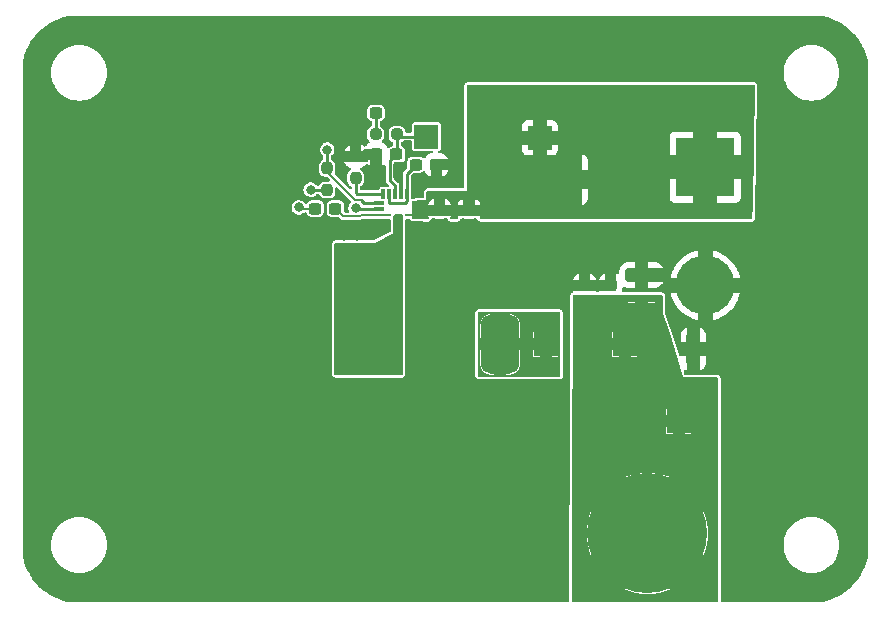
<source format=gbr>
%TF.GenerationSoftware,KiCad,Pcbnew,(6.0.8)*%
%TF.CreationDate,2023-02-08T15:19:56+01:00*%
%TF.ProjectId,power supply prototype,706f7765-7220-4737-9570-706c79207072,rev?*%
%TF.SameCoordinates,Original*%
%TF.FileFunction,Copper,L1,Top*%
%TF.FilePolarity,Positive*%
%FSLAX46Y46*%
G04 Gerber Fmt 4.6, Leading zero omitted, Abs format (unit mm)*
G04 Created by KiCad (PCBNEW (6.0.8)) date 2023-02-08 15:19:56*
%MOMM*%
%LPD*%
G01*
G04 APERTURE LIST*
G04 Aperture macros list*
%AMRoundRect*
0 Rectangle with rounded corners*
0 $1 Rounding radius*
0 $2 $3 $4 $5 $6 $7 $8 $9 X,Y pos of 4 corners*
0 Add a 4 corners polygon primitive as box body*
4,1,4,$2,$3,$4,$5,$6,$7,$8,$9,$2,$3,0*
0 Add four circle primitives for the rounded corners*
1,1,$1+$1,$2,$3*
1,1,$1+$1,$4,$5*
1,1,$1+$1,$6,$7*
1,1,$1+$1,$8,$9*
0 Add four rect primitives between the rounded corners*
20,1,$1+$1,$2,$3,$4,$5,0*
20,1,$1+$1,$4,$5,$6,$7,0*
20,1,$1+$1,$6,$7,$8,$9,0*
20,1,$1+$1,$8,$9,$2,$3,0*%
G04 Aperture macros list end*
%TA.AperFunction,SMDPad,CuDef*%
%ADD10R,0.914400X0.304800*%
%TD*%
%TA.AperFunction,SMDPad,CuDef*%
%ADD11R,1.498600X0.254000*%
%TD*%
%TA.AperFunction,SMDPad,CuDef*%
%ADD12R,0.355600X1.999996*%
%TD*%
%TA.AperFunction,SMDPad,CuDef*%
%ADD13R,0.304800X0.812800*%
%TD*%
%TA.AperFunction,SMDPad,CuDef*%
%ADD14RoundRect,0.237500X-0.237500X0.300000X-0.237500X-0.300000X0.237500X-0.300000X0.237500X0.300000X0*%
%TD*%
%TA.AperFunction,ComponentPad*%
%ADD15R,2.000000X2.000000*%
%TD*%
%TA.AperFunction,SMDPad,CuDef*%
%ADD16RoundRect,0.237500X0.237500X-0.300000X0.237500X0.300000X-0.237500X0.300000X-0.237500X-0.300000X0*%
%TD*%
%TA.AperFunction,SMDPad,CuDef*%
%ADD17RoundRect,0.237500X-0.300000X-0.237500X0.300000X-0.237500X0.300000X0.237500X-0.300000X0.237500X0*%
%TD*%
%TA.AperFunction,SMDPad,CuDef*%
%ADD18RoundRect,0.250000X-0.325000X-1.100000X0.325000X-1.100000X0.325000X1.100000X-0.325000X1.100000X0*%
%TD*%
%TA.AperFunction,SMDPad,CuDef*%
%ADD19RoundRect,0.812500X-0.812500X-1.687500X0.812500X-1.687500X0.812500X1.687500X-0.812500X1.687500X0*%
%TD*%
%TA.AperFunction,SMDPad,CuDef*%
%ADD20RoundRect,0.237500X0.300000X0.237500X-0.300000X0.237500X-0.300000X-0.237500X0.300000X-0.237500X0*%
%TD*%
%TA.AperFunction,SMDPad,CuDef*%
%ADD21RoundRect,0.237500X0.250000X0.237500X-0.250000X0.237500X-0.250000X-0.237500X0.250000X-0.237500X0*%
%TD*%
%TA.AperFunction,SMDPad,CuDef*%
%ADD22RoundRect,0.250000X-0.550000X1.500000X-0.550000X-1.500000X0.550000X-1.500000X0.550000X1.500000X0*%
%TD*%
%TA.AperFunction,SMDPad,CuDef*%
%ADD23RoundRect,0.237500X-0.237500X0.250000X-0.237500X-0.250000X0.237500X-0.250000X0.237500X0.250000X0*%
%TD*%
%TA.AperFunction,ComponentPad*%
%ADD24R,5.000000X5.000000*%
%TD*%
%TA.AperFunction,ComponentPad*%
%ADD25O,5.000000X5.000000*%
%TD*%
%TA.AperFunction,SMDPad,CuDef*%
%ADD26RoundRect,0.250000X1.100000X-0.325000X1.100000X0.325000X-1.100000X0.325000X-1.100000X-0.325000X0*%
%TD*%
%TA.AperFunction,SMDPad,CuDef*%
%ADD27RoundRect,0.237500X0.237500X-0.250000X0.237500X0.250000X-0.237500X0.250000X-0.237500X-0.250000X0*%
%TD*%
%TA.AperFunction,ComponentPad*%
%ADD28C,10.160000*%
%TD*%
%TA.AperFunction,ViaPad*%
%ADD29C,0.800000*%
%TD*%
%TA.AperFunction,Conductor*%
%ADD30C,0.200000*%
%TD*%
%TA.AperFunction,Conductor*%
%ADD31C,0.250000*%
%TD*%
G04 APERTURE END LIST*
D10*
%TO.P,U1,1,OUT*%
%TO.N,+5V*%
X130358601Y-84049996D03*
%TO.P,U1,2,RESET*%
%TO.N,/power supply/RESET*%
X130358601Y-84549997D03*
D11*
%TO.P,U1,3,BST*%
%TO.N,/power supply/BST*%
X130650700Y-85050000D03*
%TO.P,U1,4,PGND*%
%TO.N,-BATT*%
X130650700Y-85699999D03*
%TO.P,U1,5,PGND*%
X130650700Y-86350001D03*
D12*
%TO.P,U1,6,LX*%
%TO.N,/power supply/LX*%
X132000000Y-86225005D03*
D11*
%TO.P,U1,7,PGND*%
%TO.N,-BATT*%
X133349300Y-86350013D03*
%TO.P,U1,8,PGND*%
X133349300Y-85699999D03*
%TO.P,U1,9,SUPSW*%
%TO.N,+BATT*%
X133349300Y-85050013D03*
D10*
%TO.P,U1,10,SUP*%
X133641399Y-84549997D03*
%TO.P,U1,11,EN*%
X133641399Y-84049996D03*
D13*
%TO.P,U1,12,SYNC*%
%TO.N,-BATT*%
X133250000Y-83293600D03*
%TO.P,U1,13,BIAS*%
%TO.N,/power supply/BIAS*%
X132750001Y-83293600D03*
%TO.P,U1,14,GND*%
%TO.N,-BATT*%
X132250000Y-83293600D03*
%TO.P,U1,15,COMP*%
%TO.N,/power supply/COMP*%
X131750000Y-83293600D03*
%TO.P,U1,16,FB*%
%TO.N,/power supply/BIAS*%
X131249999Y-83293600D03*
%TO.P,U1,17,FOSC*%
%TO.N,/power supply/FOSC*%
X130750000Y-83293600D03*
%TD*%
D14*
%TO.P,Cbyp1,1*%
%TO.N,+BATT*%
X135500000Y-84637500D03*
%TO.P,Cbyp1,2*%
%TO.N,-BATT*%
X135500000Y-86362500D03*
%TD*%
D15*
%TO.P,TP4,1,1*%
%TO.N,/power supply/COMP*%
X134400000Y-78400000D03*
%TD*%
D16*
%TO.P,DNp,1*%
%TO.N,+5V*%
X147800000Y-92725000D03*
%TO.P,DNp,2*%
%TO.N,-BATT*%
X147800000Y-91000000D03*
%TD*%
D17*
%TO.P,Cc1,1*%
%TO.N,Net-(Cc1-Pad1)*%
X130137500Y-76400000D03*
%TO.P,Cc1,2*%
%TO.N,-BATT*%
X131862500Y-76400000D03*
%TD*%
D18*
%TO.P,Cout3,1*%
%TO.N,+5V*%
X154050000Y-96400000D03*
%TO.P,Cout3,2*%
%TO.N,-BATT*%
X157000000Y-96400000D03*
%TD*%
D19*
%TO.P,L1,2,2*%
%TO.N,Net-(L1-Pad2)*%
X140650000Y-96000000D03*
%TO.P,L1,1,1*%
%TO.N,/power supply/LX*%
X129350000Y-96000000D03*
%TD*%
D15*
%TO.P,TP1,1,1*%
%TO.N,+BATT*%
X144000000Y-78500000D03*
%TD*%
D20*
%TO.P,CF1,1*%
%TO.N,/power supply/COMP*%
X131862500Y-79900000D03*
%TO.P,CF1,2*%
%TO.N,-BATT*%
X130137500Y-79900000D03*
%TD*%
D21*
%TO.P,RCOMP1,1*%
%TO.N,/power supply/COMP*%
X131912500Y-78200000D03*
%TO.P,RCOMP1,2*%
%TO.N,Net-(Cc1-Pad1)*%
X130087500Y-78200000D03*
%TD*%
D15*
%TO.P,TP5,1,1*%
%TO.N,Net-(L1-Pad2)*%
X144500000Y-96000000D03*
%TD*%
%TO.P,TP3,1,1*%
%TO.N,+5V*%
X155750000Y-102500000D03*
%TD*%
D22*
%TO.P,CSup2,1*%
%TO.N,+BATT*%
X146750000Y-82050000D03*
%TO.P,CSup2,2*%
%TO.N,-BATT*%
X146750000Y-87450000D03*
%TD*%
D17*
%TO.P,CBIAS1,1*%
%TO.N,/power supply/BIAS*%
X133500000Y-80800000D03*
%TO.P,CBIAS1,2*%
%TO.N,-BATT*%
X135225000Y-80800000D03*
%TD*%
D15*
%TO.P,TP2,1,1*%
%TO.N,+5V*%
X151200000Y-96000000D03*
%TD*%
D17*
%TO.P,Cbst1,1*%
%TO.N,/power supply/LX*%
X124975000Y-84500000D03*
%TO.P,Cbst1,2*%
%TO.N,/power supply/BST*%
X126700000Y-84500000D03*
%TD*%
D23*
%TO.P,R_RST1,1*%
%TO.N,+5V*%
X126000000Y-81087500D03*
%TO.P,R_RST1,2*%
%TO.N,/power supply/RESET*%
X126000000Y-82912500D03*
%TD*%
D24*
%TO.P,XT60,1,Pin_1*%
%TO.N,+BATT*%
X158000000Y-81000000D03*
D25*
%TO.P,XT60,2,Pin_2*%
%TO.N,-BATT*%
X158000000Y-91000000D03*
%TD*%
D16*
%TO.P,DNP,1*%
%TO.N,+5V*%
X150000000Y-92725000D03*
%TO.P,DNP,2*%
%TO.N,-BATT*%
X150000000Y-91000000D03*
%TD*%
D14*
%TO.P,Csup1,1*%
%TO.N,+BATT*%
X138000000Y-84637500D03*
%TO.P,Csup1,2*%
%TO.N,-BATT*%
X138000000Y-86362500D03*
%TD*%
D26*
%TO.P,Cout1,1*%
%TO.N,+5V*%
X152600000Y-93075000D03*
%TO.P,Cout1,2*%
%TO.N,-BATT*%
X152600000Y-90125000D03*
%TD*%
D27*
%TO.P,R_OSC1,1*%
%TO.N,/power supply/FOSC*%
X128400000Y-81912500D03*
%TO.P,R_OSC1,2*%
%TO.N,-BATT*%
X128400000Y-80087500D03*
%TD*%
D28*
%TO.P,J1,2,Pin_2*%
%TO.N,+5V*%
X153100000Y-112000000D03*
%TO.P,J1,1,Pin_1*%
%TO.N,-BATT*%
X123130000Y-112000000D03*
%TD*%
D29*
%TO.N,-BATT*%
X136750000Y-77750000D03*
X136750000Y-79500000D03*
X138500000Y-90000000D03*
X137250000Y-90000000D03*
X136000000Y-90000000D03*
X134750000Y-90000000D03*
X139500000Y-88750000D03*
X139500000Y-87750000D03*
X138500000Y-88750000D03*
X138500000Y-87750000D03*
X137250000Y-88750000D03*
X137250000Y-87750000D03*
X136000000Y-88750000D03*
X136000000Y-87750000D03*
X134750000Y-88750000D03*
X134750000Y-87750000D03*
X133500000Y-88750000D03*
X133500000Y-87750000D03*
%TO.N,+5V*%
X148000000Y-94500000D03*
%TO.N,-BATT*%
X126400000Y-86800000D03*
X128500000Y-86800000D03*
X126900000Y-86000000D03*
X133400000Y-75900000D03*
X136700000Y-75900000D03*
X129000000Y-86000000D03*
X125800000Y-85900000D03*
X127400000Y-86800000D03*
X125300000Y-86700000D03*
X132100000Y-81200000D03*
X136800000Y-81800000D03*
X127900000Y-86000000D03*
%TO.N,/power supply/LX*%
X127000000Y-87800000D03*
X123600000Y-84400000D03*
%TO.N,+5V*%
X126000000Y-79500000D03*
%TO.N,/power supply/RESET*%
X124600000Y-82900000D03*
X128399248Y-84454917D03*
%TD*%
D30*
%TO.N,/power supply/BST*%
X127359917Y-85149917D02*
X127354917Y-85154917D01*
X128850000Y-85050000D02*
X128750083Y-85149917D01*
X128750083Y-85149917D02*
X127359917Y-85149917D01*
X128850000Y-85050000D02*
X130650700Y-85050000D01*
X126700000Y-84500000D02*
X127354917Y-85154917D01*
D31*
%TO.N,/power supply/BIAS*%
X131272600Y-84025000D02*
X132547600Y-84025000D01*
X132750001Y-81549999D02*
X133500000Y-80800000D01*
X132750001Y-83293600D02*
X132750001Y-81549999D01*
X131249999Y-83293600D02*
X131249999Y-84002399D01*
X132750001Y-83822599D02*
X132750001Y-83293600D01*
X131249999Y-84002399D02*
X131272600Y-84025000D01*
X132547600Y-84025000D02*
X132750001Y-83822599D01*
D30*
%TO.N,/power supply/LX*%
X123700000Y-84500000D02*
X123600000Y-84400000D01*
X124975000Y-84500000D02*
X123700000Y-84500000D01*
D31*
%TO.N,Net-(Cc1-Pad1)*%
X130137500Y-76400000D02*
X130137500Y-78150000D01*
X130137500Y-78150000D02*
X130087500Y-78200000D01*
%TO.N,/power supply/COMP*%
X131912500Y-78200000D02*
X131912500Y-79950000D01*
X131750000Y-83293600D02*
X131750000Y-82550000D01*
X131275000Y-80487500D02*
X131862500Y-79900000D01*
X131275000Y-82075000D02*
X131275000Y-80487500D01*
X132112500Y-78400000D02*
X131912500Y-78200000D01*
X131750000Y-82550000D02*
X131275000Y-82075000D01*
X134400000Y-78400000D02*
X132112500Y-78400000D01*
D30*
%TO.N,+5V*%
X128843600Y-83743600D02*
X128342559Y-83743600D01*
X126000000Y-81401041D02*
X126000000Y-81087500D01*
D31*
X130358601Y-84049996D02*
X129149996Y-84049996D01*
D30*
X128342559Y-83743600D02*
X126000000Y-81401041D01*
D31*
X129149996Y-84049996D02*
X128843600Y-83743600D01*
X126000000Y-79500000D02*
X126000000Y-81087500D01*
%TO.N,/power supply/FOSC*%
X128493600Y-83293600D02*
X130750000Y-83293600D01*
X128400000Y-83200000D02*
X128493600Y-83293600D01*
X128400000Y-81912500D02*
X128400000Y-83200000D01*
%TO.N,/power supply/RESET*%
X125987500Y-82900000D02*
X126000000Y-82912500D01*
X124600000Y-82900000D02*
X125987500Y-82900000D01*
X130358601Y-84549997D02*
X128449997Y-84549997D01*
X128399248Y-84499248D02*
X128399248Y-84454917D01*
X128449997Y-84549997D02*
X128399248Y-84499248D01*
%TD*%
%TA.AperFunction,Conductor*%
%TO.N,+BATT*%
G36*
X162139891Y-74020002D02*
G01*
X162186384Y-74073658D01*
X162197751Y-74128209D01*
X162019220Y-84304472D01*
X162002172Y-85276210D01*
X161980978Y-85343970D01*
X161926515Y-85389514D01*
X161876191Y-85400000D01*
X146000000Y-85400000D01*
X146000000Y-84247578D01*
X147550000Y-84247578D01*
X147553973Y-84261109D01*
X147560799Y-84262090D01*
X147616784Y-84243412D01*
X147629962Y-84237239D01*
X147767807Y-84151937D01*
X147779208Y-84142901D01*
X147893739Y-84028171D01*
X147902751Y-84016760D01*
X147987816Y-83878757D01*
X147993963Y-83865576D01*
X148045138Y-83711290D01*
X148048005Y-83697914D01*
X148057672Y-83603562D01*
X148058000Y-83597146D01*
X148058000Y-83544669D01*
X154992001Y-83544669D01*
X154992371Y-83551490D01*
X154997895Y-83602352D01*
X155001521Y-83617604D01*
X155046676Y-83738054D01*
X155055214Y-83753649D01*
X155131715Y-83855724D01*
X155144276Y-83868285D01*
X155246351Y-83944786D01*
X155261946Y-83953324D01*
X155382394Y-83998478D01*
X155397649Y-84002105D01*
X155448514Y-84007631D01*
X155455328Y-84008000D01*
X156981885Y-84008000D01*
X156997124Y-84003525D01*
X156998329Y-84002135D01*
X157000000Y-83994452D01*
X157000000Y-83989884D01*
X159000000Y-83989884D01*
X159004475Y-84005123D01*
X159005865Y-84006328D01*
X159013548Y-84007999D01*
X160544669Y-84007999D01*
X160551490Y-84007629D01*
X160602352Y-84002105D01*
X160617604Y-83998479D01*
X160738054Y-83953324D01*
X160753649Y-83944786D01*
X160855724Y-83868285D01*
X160868285Y-83855724D01*
X160944786Y-83753649D01*
X160953324Y-83738054D01*
X160998478Y-83617606D01*
X161002105Y-83602351D01*
X161007631Y-83551486D01*
X161008000Y-83544672D01*
X161008000Y-82018115D01*
X161003525Y-82002876D01*
X161002135Y-82001671D01*
X160994452Y-82000000D01*
X159018115Y-82000000D01*
X159002876Y-82004475D01*
X159001671Y-82005865D01*
X159000000Y-82013548D01*
X159000000Y-83989884D01*
X157000000Y-83989884D01*
X157000000Y-82018115D01*
X156995525Y-82002876D01*
X156994135Y-82001671D01*
X156986452Y-82000000D01*
X155010116Y-82000000D01*
X154994877Y-82004475D01*
X154993672Y-82005865D01*
X154992001Y-82013548D01*
X154992001Y-83544669D01*
X148058000Y-83544669D01*
X148058000Y-82868115D01*
X148053525Y-82852876D01*
X148052135Y-82851671D01*
X148044452Y-82850000D01*
X147568115Y-82850000D01*
X147552876Y-82854475D01*
X147551671Y-82855865D01*
X147550000Y-82863548D01*
X147550000Y-84247578D01*
X146000000Y-84247578D01*
X146000000Y-81231885D01*
X147550000Y-81231885D01*
X147554475Y-81247124D01*
X147555865Y-81248329D01*
X147563548Y-81250000D01*
X148039884Y-81250000D01*
X148055123Y-81245525D01*
X148056328Y-81244135D01*
X148057999Y-81236452D01*
X148057999Y-80502905D01*
X148057662Y-80496386D01*
X148047743Y-80400794D01*
X148044851Y-80387400D01*
X147993412Y-80233216D01*
X147987239Y-80220038D01*
X147901937Y-80082193D01*
X147892901Y-80070792D01*
X147803840Y-79981885D01*
X154992000Y-79981885D01*
X154996475Y-79997124D01*
X154997865Y-79998329D01*
X155005548Y-80000000D01*
X156981885Y-80000000D01*
X156997124Y-79995525D01*
X156998329Y-79994135D01*
X157000000Y-79986452D01*
X157000000Y-79981885D01*
X159000000Y-79981885D01*
X159004475Y-79997124D01*
X159005865Y-79998329D01*
X159013548Y-80000000D01*
X160989884Y-80000000D01*
X161005123Y-79995525D01*
X161006328Y-79994135D01*
X161007999Y-79986452D01*
X161007999Y-78455331D01*
X161007629Y-78448510D01*
X161002105Y-78397648D01*
X160998479Y-78382396D01*
X160953324Y-78261946D01*
X160944786Y-78246351D01*
X160868285Y-78144276D01*
X160855724Y-78131715D01*
X160753649Y-78055214D01*
X160738054Y-78046676D01*
X160617606Y-78001522D01*
X160602351Y-77997895D01*
X160551486Y-77992369D01*
X160544672Y-77992000D01*
X159018115Y-77992000D01*
X159002876Y-77996475D01*
X159001671Y-77997865D01*
X159000000Y-78005548D01*
X159000000Y-79981885D01*
X157000000Y-79981885D01*
X157000000Y-78010116D01*
X156995525Y-77994877D01*
X156994135Y-77993672D01*
X156986452Y-77992001D01*
X155455331Y-77992001D01*
X155448510Y-77992371D01*
X155397648Y-77997895D01*
X155382396Y-78001521D01*
X155261946Y-78046676D01*
X155246351Y-78055214D01*
X155144276Y-78131715D01*
X155131715Y-78144276D01*
X155055214Y-78246351D01*
X155046676Y-78261946D01*
X155001522Y-78382394D01*
X154997895Y-78397649D01*
X154992369Y-78448514D01*
X154992000Y-78455328D01*
X154992000Y-79981885D01*
X147803840Y-79981885D01*
X147778171Y-79956261D01*
X147766760Y-79947249D01*
X147628757Y-79862184D01*
X147615576Y-79856037D01*
X147567194Y-79839989D01*
X147553101Y-79839500D01*
X147550000Y-79845711D01*
X147550000Y-81231885D01*
X146000000Y-81231885D01*
X146000000Y-74000000D01*
X162071770Y-74000000D01*
X162139891Y-74020002D01*
G37*
%TD.AperFunction*%
%TD*%
%TA.AperFunction,Conductor*%
%TO.N,+BATT*%
G36*
X146000000Y-85400000D02*
G01*
X139035675Y-85400000D01*
X138967554Y-85379998D01*
X138921061Y-85326342D01*
X138910957Y-85256068D01*
X138916082Y-85234333D01*
X138950789Y-85129694D01*
X138951278Y-85115601D01*
X138945066Y-85112500D01*
X137061511Y-85112500D01*
X137047980Y-85116473D01*
X137046999Y-85123299D01*
X137083973Y-85234124D01*
X137086557Y-85305073D01*
X137050374Y-85366157D01*
X136986909Y-85397982D01*
X136964449Y-85400000D01*
X136535675Y-85400000D01*
X136467554Y-85379998D01*
X136421061Y-85326342D01*
X136410957Y-85256068D01*
X136416082Y-85234333D01*
X136450789Y-85129694D01*
X136451278Y-85115601D01*
X136445066Y-85112500D01*
X134561511Y-85112500D01*
X134547980Y-85116473D01*
X134546999Y-85123299D01*
X134583973Y-85234124D01*
X134586557Y-85305073D01*
X134550374Y-85366157D01*
X134486909Y-85397982D01*
X134464449Y-85400000D01*
X134400000Y-85400000D01*
X134400000Y-84159399D01*
X134548722Y-84159399D01*
X134554934Y-84162500D01*
X135006885Y-84162500D01*
X135022124Y-84158025D01*
X135023329Y-84156635D01*
X135025000Y-84148952D01*
X135025000Y-84144385D01*
X135975000Y-84144385D01*
X135979475Y-84159624D01*
X135980865Y-84160829D01*
X135988548Y-84162500D01*
X136438489Y-84162500D01*
X136449050Y-84159399D01*
X137048722Y-84159399D01*
X137054934Y-84162500D01*
X137506885Y-84162500D01*
X137522124Y-84158025D01*
X137523329Y-84156635D01*
X137525000Y-84148952D01*
X137525000Y-84144385D01*
X138475000Y-84144385D01*
X138479475Y-84159624D01*
X138480865Y-84160829D01*
X138488548Y-84162500D01*
X138938489Y-84162500D01*
X138952020Y-84158527D01*
X138953001Y-84151701D01*
X138912222Y-84029471D01*
X138906048Y-84016292D01*
X138823263Y-83882513D01*
X138814227Y-83871112D01*
X138702879Y-83759958D01*
X138691468Y-83750946D01*
X138557535Y-83668389D01*
X138544354Y-83662242D01*
X138492194Y-83644941D01*
X138478101Y-83644452D01*
X138475000Y-83650663D01*
X138475000Y-84144385D01*
X137525000Y-84144385D01*
X137525000Y-83657363D01*
X137521027Y-83643832D01*
X137514201Y-83642851D01*
X137454471Y-83662778D01*
X137441292Y-83668952D01*
X137307513Y-83751737D01*
X137296112Y-83760773D01*
X137184958Y-83872121D01*
X137175946Y-83883532D01*
X137093387Y-84017467D01*
X137087243Y-84030645D01*
X137049211Y-84145306D01*
X137048722Y-84159399D01*
X136449050Y-84159399D01*
X136452020Y-84158527D01*
X136453001Y-84151701D01*
X136412222Y-84029471D01*
X136406048Y-84016292D01*
X136323263Y-83882513D01*
X136314227Y-83871112D01*
X136202879Y-83759958D01*
X136191468Y-83750946D01*
X136057535Y-83668389D01*
X136044354Y-83662242D01*
X135992194Y-83644941D01*
X135978101Y-83644452D01*
X135975000Y-83650663D01*
X135975000Y-84144385D01*
X135025000Y-84144385D01*
X135025000Y-83657363D01*
X135021027Y-83643832D01*
X135014201Y-83642851D01*
X134954471Y-83662778D01*
X134941292Y-83668952D01*
X134807513Y-83751737D01*
X134796112Y-83760773D01*
X134684958Y-83872121D01*
X134675946Y-83883532D01*
X134593387Y-84017467D01*
X134587243Y-84030645D01*
X134549211Y-84145306D01*
X134548722Y-84159399D01*
X134400000Y-84159399D01*
X134400000Y-83126000D01*
X134420002Y-83057879D01*
X134473658Y-83011386D01*
X134526000Y-83000000D01*
X137800000Y-83000000D01*
X137800000Y-79543915D01*
X142500000Y-79543915D01*
X142500369Y-79550729D01*
X142505789Y-79600621D01*
X142509414Y-79615867D01*
X142553767Y-79734177D01*
X142562299Y-79749763D01*
X142637430Y-79850009D01*
X142649991Y-79862570D01*
X142750237Y-79937701D01*
X142765823Y-79946233D01*
X142884133Y-79990586D01*
X142899379Y-79994211D01*
X142949271Y-79999631D01*
X142956085Y-80000000D01*
X143381885Y-80000000D01*
X143397124Y-79995525D01*
X143398329Y-79994135D01*
X143400000Y-79986452D01*
X143400000Y-79981885D01*
X144600000Y-79981885D01*
X144604475Y-79997124D01*
X144605865Y-79998329D01*
X144613548Y-80000000D01*
X145043915Y-80000000D01*
X145050729Y-79999631D01*
X145100621Y-79994211D01*
X145115867Y-79990586D01*
X145234177Y-79946233D01*
X145249763Y-79937701D01*
X145350009Y-79862570D01*
X145362570Y-79850009D01*
X145437701Y-79749763D01*
X145446233Y-79734177D01*
X145490586Y-79615867D01*
X145494211Y-79600621D01*
X145499631Y-79550729D01*
X145500000Y-79543915D01*
X145500000Y-79118115D01*
X145495525Y-79102876D01*
X145494135Y-79101671D01*
X145486452Y-79100000D01*
X144618115Y-79100000D01*
X144602876Y-79104475D01*
X144601671Y-79105865D01*
X144600000Y-79113548D01*
X144600000Y-79981885D01*
X143400000Y-79981885D01*
X143400000Y-79118115D01*
X143395525Y-79102876D01*
X143394135Y-79101671D01*
X143386452Y-79100000D01*
X142518115Y-79100000D01*
X142502876Y-79104475D01*
X142501671Y-79105865D01*
X142500000Y-79113548D01*
X142500000Y-79543915D01*
X137800000Y-79543915D01*
X137800000Y-77881885D01*
X142500000Y-77881885D01*
X142504475Y-77897124D01*
X142505865Y-77898329D01*
X142513548Y-77900000D01*
X143381885Y-77900000D01*
X143397124Y-77895525D01*
X143398329Y-77894135D01*
X143400000Y-77886452D01*
X143400000Y-77881885D01*
X144600000Y-77881885D01*
X144604475Y-77897124D01*
X144605865Y-77898329D01*
X144613548Y-77900000D01*
X145481885Y-77900000D01*
X145497124Y-77895525D01*
X145498329Y-77894135D01*
X145500000Y-77886452D01*
X145500000Y-77456085D01*
X145499631Y-77449271D01*
X145494211Y-77399379D01*
X145490586Y-77384133D01*
X145446233Y-77265823D01*
X145437701Y-77250237D01*
X145362570Y-77149991D01*
X145350009Y-77137430D01*
X145249763Y-77062299D01*
X145234177Y-77053767D01*
X145115867Y-77009414D01*
X145100621Y-77005789D01*
X145050729Y-77000369D01*
X145043915Y-77000000D01*
X144618115Y-77000000D01*
X144602876Y-77004475D01*
X144601671Y-77005865D01*
X144600000Y-77013548D01*
X144600000Y-77881885D01*
X143400000Y-77881885D01*
X143400000Y-77018115D01*
X143395525Y-77002876D01*
X143394135Y-77001671D01*
X143386452Y-77000000D01*
X142956085Y-77000000D01*
X142949271Y-77000369D01*
X142899379Y-77005789D01*
X142884133Y-77009414D01*
X142765823Y-77053767D01*
X142750237Y-77062299D01*
X142649991Y-77137430D01*
X142637430Y-77149991D01*
X142562299Y-77250237D01*
X142553767Y-77265823D01*
X142509414Y-77384133D01*
X142505789Y-77399379D01*
X142500369Y-77449271D01*
X142500000Y-77456085D01*
X142500000Y-77881885D01*
X137800000Y-77881885D01*
X137800000Y-74126000D01*
X137820002Y-74057879D01*
X137873658Y-74011386D01*
X137926000Y-74000000D01*
X146000000Y-74000000D01*
X146000000Y-85400000D01*
G37*
%TD.AperFunction*%
%TD*%
%TA.AperFunction,Conductor*%
%TO.N,+BATT*%
G36*
X134400000Y-85400000D02*
G01*
X134229861Y-85400000D01*
X134191974Y-85392464D01*
X134184940Y-85389550D01*
X134176831Y-85384132D01*
X134167268Y-85382230D01*
X134167266Y-85382229D01*
X134144595Y-85377720D01*
X134118348Y-85372499D01*
X133299000Y-85372499D01*
X133240809Y-85353592D01*
X133204845Y-85304092D01*
X133200000Y-85273499D01*
X133200000Y-83999500D01*
X133218907Y-83941309D01*
X133268407Y-83905345D01*
X133299000Y-83900500D01*
X133422148Y-83900500D01*
X133448395Y-83895279D01*
X133471066Y-83890770D01*
X133471068Y-83890769D01*
X133480631Y-83888867D01*
X133546952Y-83844552D01*
X133552371Y-83836442D01*
X133559263Y-83829550D01*
X133562080Y-83832367D01*
X133595352Y-83806126D01*
X133629637Y-83800000D01*
X134400000Y-83800000D01*
X134400000Y-85400000D01*
G37*
%TD.AperFunction*%
%TD*%
%TA.AperFunction,Conductor*%
%TO.N,/power supply/LX*%
G36*
X132358691Y-85018907D02*
G01*
X132394655Y-85068407D01*
X132399500Y-85099000D01*
X132399500Y-85196761D01*
X132399833Y-85198433D01*
X132400000Y-85201838D01*
X132400000Y-85548174D01*
X132399833Y-85551579D01*
X132399500Y-85553251D01*
X132399500Y-85846747D01*
X132399833Y-85848419D01*
X132400000Y-85851824D01*
X132400000Y-86198188D01*
X132399833Y-86201593D01*
X132399500Y-86203265D01*
X132399500Y-86496761D01*
X132399833Y-86498433D01*
X132400000Y-86501838D01*
X132400000Y-98501000D01*
X132381093Y-98559191D01*
X132331593Y-98595155D01*
X132301000Y-98600000D01*
X130000000Y-98600000D01*
X130000000Y-87400000D01*
X130010307Y-87394846D01*
X130010309Y-87394846D01*
X131449772Y-86675114D01*
X131459739Y-86671699D01*
X131459657Y-86671502D01*
X131468665Y-86667771D01*
X131478231Y-86665868D01*
X131502697Y-86649520D01*
X131513415Y-86643293D01*
X131600000Y-86600000D01*
X131600000Y-86501826D01*
X131600167Y-86498421D01*
X131600500Y-86496749D01*
X131600500Y-86203253D01*
X131600167Y-86201581D01*
X131600000Y-86198176D01*
X131600000Y-85851824D01*
X131600167Y-85848419D01*
X131600500Y-85846747D01*
X131600500Y-85553251D01*
X131600167Y-85551579D01*
X131600000Y-85548174D01*
X131600000Y-85201825D01*
X131600167Y-85198420D01*
X131600500Y-85196748D01*
X131600500Y-85099000D01*
X131619407Y-85040809D01*
X131668907Y-85004845D01*
X131699500Y-85000000D01*
X132300500Y-85000000D01*
X132358691Y-85018907D01*
G37*
%TD.AperFunction*%
%TD*%
%TA.AperFunction,Conductor*%
%TO.N,/power supply/LX*%
G36*
X127365029Y-87401078D02*
G01*
X127400000Y-87405682D01*
X127408188Y-87404604D01*
X127434971Y-87401078D01*
X127451417Y-87400000D01*
X128448583Y-87400000D01*
X128465029Y-87401078D01*
X128500000Y-87405682D01*
X128508188Y-87404604D01*
X128534971Y-87401078D01*
X128551417Y-87400000D01*
X130000000Y-87400000D01*
X130000000Y-98600000D01*
X126726000Y-98600000D01*
X126657879Y-98579998D01*
X126611386Y-98526342D01*
X126600000Y-98474000D01*
X126600000Y-87526000D01*
X126620002Y-87457879D01*
X126673658Y-87411386D01*
X126726000Y-87400000D01*
X127348583Y-87400000D01*
X127365029Y-87401078D01*
G37*
%TD.AperFunction*%
%TD*%
%TA.AperFunction,Conductor*%
%TO.N,-BATT*%
G36*
X167954854Y-68210550D02*
G01*
X167957286Y-68211646D01*
X167964113Y-68211474D01*
X167964119Y-68211475D01*
X167964197Y-68211473D01*
X167965455Y-68211608D01*
X167974977Y-68212559D01*
X167975758Y-68212717D01*
X167991462Y-68214406D01*
X168353278Y-68302716D01*
X168361668Y-68305141D01*
X168742622Y-68432822D01*
X168750778Y-68435943D01*
X169104228Y-68588470D01*
X169119670Y-68595134D01*
X169127536Y-68598928D01*
X169481765Y-68788506D01*
X169489285Y-68792946D01*
X169826366Y-69011580D01*
X169833488Y-69016636D01*
X170151042Y-69262784D01*
X170157710Y-69268417D01*
X170453494Y-69540343D01*
X170459657Y-69546506D01*
X170616108Y-69716683D01*
X170731580Y-69842286D01*
X170737216Y-69848958D01*
X170983364Y-70166512D01*
X170988420Y-70173634D01*
X171137325Y-70403209D01*
X171207054Y-70510715D01*
X171211491Y-70518230D01*
X171284869Y-70655337D01*
X171401072Y-70872464D01*
X171404865Y-70880328D01*
X171525107Y-71158962D01*
X171564057Y-71249221D01*
X171567178Y-71257378D01*
X171694859Y-71638332D01*
X171697284Y-71646722D01*
X171785464Y-72008003D01*
X171786992Y-72022447D01*
X171787508Y-72025052D01*
X171788423Y-72034377D01*
X171788205Y-72041974D01*
X171789439Y-72044736D01*
X171789493Y-72045289D01*
X171786972Y-91119527D01*
X171783955Y-113948817D01*
X171783908Y-113949282D01*
X171782803Y-113951735D01*
X171782976Y-113958609D01*
X171782975Y-113958616D01*
X171782976Y-113958647D01*
X171782921Y-113959162D01*
X171781899Y-113969379D01*
X171781733Y-113970200D01*
X171780043Y-113985913D01*
X171691731Y-114347724D01*
X171689306Y-114356113D01*
X171561621Y-114737071D01*
X171558503Y-114745220D01*
X171502721Y-114874483D01*
X171399311Y-115114109D01*
X171395517Y-115121976D01*
X171308876Y-115283865D01*
X171205932Y-115476217D01*
X171205931Y-115476218D01*
X171201490Y-115483738D01*
X170982858Y-115820814D01*
X170977803Y-115827933D01*
X170731662Y-116145476D01*
X170731657Y-116145482D01*
X170726027Y-116152147D01*
X170454110Y-116447922D01*
X170447935Y-116454098D01*
X170152137Y-116726038D01*
X170145502Y-116731642D01*
X169827921Y-116977813D01*
X169820814Y-116982858D01*
X169483737Y-117201490D01*
X169476218Y-117205930D01*
X169121966Y-117395522D01*
X169114117Y-117399307D01*
X168745224Y-117558502D01*
X168737067Y-117561623D01*
X168356116Y-117689305D01*
X168347727Y-117691730D01*
X167986448Y-117779913D01*
X167971994Y-117781443D01*
X167969358Y-117781965D01*
X167960100Y-117782873D01*
X167952473Y-117782655D01*
X167949698Y-117783894D01*
X167949139Y-117783949D01*
X159419500Y-117783949D01*
X159358370Y-117764087D01*
X159320590Y-117712087D01*
X159315500Y-117679949D01*
X159315500Y-113000000D01*
X164634435Y-113000000D01*
X164654673Y-113308768D01*
X164715040Y-113612253D01*
X164814503Y-113905263D01*
X164951361Y-114182782D01*
X165123271Y-114440065D01*
X165327293Y-114672707D01*
X165559935Y-114876729D01*
X165817218Y-115048639D01*
X165820264Y-115050141D01*
X165820269Y-115050144D01*
X165949975Y-115114108D01*
X166094737Y-115185497D01*
X166387747Y-115284960D01*
X166391082Y-115285623D01*
X166391088Y-115285625D01*
X166687893Y-115344663D01*
X166687896Y-115344663D01*
X166691232Y-115345327D01*
X166922724Y-115360500D01*
X167077276Y-115360500D01*
X167308768Y-115345327D01*
X167312104Y-115344663D01*
X167312107Y-115344663D01*
X167608912Y-115285625D01*
X167608918Y-115285623D01*
X167612253Y-115284960D01*
X167905263Y-115185497D01*
X168050025Y-115114108D01*
X168179731Y-115050144D01*
X168179736Y-115050141D01*
X168182782Y-115048639D01*
X168440065Y-114876729D01*
X168672707Y-114672707D01*
X168876729Y-114440065D01*
X168935590Y-114351974D01*
X169046748Y-114185613D01*
X169046749Y-114185612D01*
X169048639Y-114182783D01*
X169185497Y-113905263D01*
X169284960Y-113612253D01*
X169345327Y-113308768D01*
X169365565Y-113000000D01*
X169345327Y-112691232D01*
X169284960Y-112387747D01*
X169185497Y-112094737D01*
X169048639Y-111817218D01*
X168876729Y-111559935D01*
X168672707Y-111327293D01*
X168440065Y-111123271D01*
X168182782Y-110951361D01*
X168179736Y-110949859D01*
X168179731Y-110949856D01*
X168041685Y-110881779D01*
X167905263Y-110814503D01*
X167612253Y-110715040D01*
X167608918Y-110714377D01*
X167608912Y-110714375D01*
X167312107Y-110655337D01*
X167312104Y-110655337D01*
X167308768Y-110654673D01*
X167077276Y-110639500D01*
X166922724Y-110639500D01*
X166691232Y-110654673D01*
X166687896Y-110655337D01*
X166687893Y-110655337D01*
X166391088Y-110714375D01*
X166391082Y-110714377D01*
X166387747Y-110715040D01*
X166094737Y-110814503D01*
X165958315Y-110881779D01*
X165820269Y-110949856D01*
X165820264Y-110949859D01*
X165817218Y-110951361D01*
X165559935Y-111123271D01*
X165327293Y-111327293D01*
X165123271Y-111559935D01*
X164951361Y-111817217D01*
X164814503Y-112094737D01*
X164715040Y-112387747D01*
X164654673Y-112691232D01*
X164634435Y-113000000D01*
X159315500Y-113000000D01*
X159315500Y-98899000D01*
X159312847Y-98865291D01*
X159311710Y-98858114D01*
X159308962Y-98840757D01*
X159308961Y-98840753D01*
X159308002Y-98834698D01*
X159269498Y-98741739D01*
X159233534Y-98692239D01*
X159208114Y-98663144D01*
X159191225Y-98653053D01*
X159130796Y-98616949D01*
X159130795Y-98616949D01*
X159125783Y-98613954D01*
X159120232Y-98612151D01*
X159120229Y-98612149D01*
X159071480Y-98596310D01*
X159071477Y-98596309D01*
X159067592Y-98595047D01*
X159054331Y-98592947D01*
X159005037Y-98585139D01*
X159005032Y-98585139D01*
X159001000Y-98584500D01*
X156337718Y-98584500D01*
X156276588Y-98564638D01*
X156238104Y-98510384D01*
X156228021Y-98476772D01*
X156173411Y-98294739D01*
X156174870Y-98230480D01*
X156213821Y-98179351D01*
X156275386Y-98160882D01*
X156327597Y-98176323D01*
X156347334Y-98188489D01*
X156358205Y-98193559D01*
X156409367Y-98210529D01*
X156421217Y-98210601D01*
X156424953Y-98199222D01*
X157575000Y-98199222D01*
X157578652Y-98210462D01*
X157590824Y-98210414D01*
X157642999Y-98193007D01*
X157653871Y-98187914D01*
X157793894Y-98101264D01*
X157803306Y-98093804D01*
X157919641Y-97977268D01*
X157927080Y-97967848D01*
X158013488Y-97827667D01*
X158018560Y-97816792D01*
X158070516Y-97660148D01*
X158072883Y-97649108D01*
X158082729Y-97553004D01*
X158083000Y-97547712D01*
X158083000Y-96991471D01*
X158078670Y-96978145D01*
X158074341Y-96975000D01*
X157591471Y-96975000D01*
X157578145Y-96979330D01*
X157575000Y-96983659D01*
X157575000Y-98199222D01*
X156424953Y-98199222D01*
X156425000Y-98199078D01*
X156425000Y-96991471D01*
X156420670Y-96978145D01*
X156416341Y-96975000D01*
X155933474Y-96975000D01*
X155892525Y-96988305D01*
X155828249Y-96988305D01*
X155776249Y-96950525D01*
X155760773Y-96919279D01*
X155427548Y-95808529D01*
X155917000Y-95808529D01*
X155921330Y-95821855D01*
X155925659Y-95825000D01*
X156408529Y-95825000D01*
X156421855Y-95820670D01*
X156425000Y-95816341D01*
X156425000Y-95808529D01*
X157575000Y-95808529D01*
X157579330Y-95821855D01*
X157583659Y-95825000D01*
X158066528Y-95825000D01*
X158079854Y-95820670D01*
X158082999Y-95816341D01*
X158082999Y-95252321D01*
X158082722Y-95246972D01*
X158072619Y-95149590D01*
X158070234Y-95138546D01*
X158018006Y-94981998D01*
X158012914Y-94971130D01*
X157926264Y-94831106D01*
X157918804Y-94821694D01*
X157802268Y-94705359D01*
X157792848Y-94697920D01*
X157652666Y-94611511D01*
X157641795Y-94606441D01*
X157590633Y-94589471D01*
X157578783Y-94589399D01*
X157575000Y-94600922D01*
X157575000Y-95808529D01*
X156425000Y-95808529D01*
X156425000Y-94600778D01*
X156421348Y-94589538D01*
X156409176Y-94589586D01*
X156357001Y-94606993D01*
X156346129Y-94612086D01*
X156206106Y-94698736D01*
X156196694Y-94706196D01*
X156080359Y-94822732D01*
X156072920Y-94832152D01*
X155986512Y-94972333D01*
X155981440Y-94983208D01*
X155929484Y-95139852D01*
X155927117Y-95150892D01*
X155917271Y-95246996D01*
X155917000Y-95252288D01*
X155917000Y-95808529D01*
X155427548Y-95808529D01*
X155107240Y-94740838D01*
X155107232Y-94740812D01*
X155107142Y-94740512D01*
X155105469Y-94735188D01*
X155103876Y-94730338D01*
X155102082Y-94725105D01*
X155059900Y-94606993D01*
X154621559Y-93379639D01*
X154615500Y-93344660D01*
X154615500Y-91899000D01*
X154612847Y-91865291D01*
X154608002Y-91834698D01*
X154569498Y-91741739D01*
X154533534Y-91692239D01*
X154509256Y-91664451D01*
X155064420Y-91664451D01*
X155133612Y-91928195D01*
X155135465Y-91933896D01*
X155259295Y-92251507D01*
X155261781Y-92256937D01*
X155421303Y-92558219D01*
X155424404Y-92563339D01*
X155617486Y-92844275D01*
X155621156Y-92849007D01*
X155845258Y-93105901D01*
X155849437Y-93110168D01*
X156101586Y-93339606D01*
X156106223Y-93343361D01*
X156383061Y-93542290D01*
X156388129Y-93545506D01*
X156685986Y-93711291D01*
X156691378Y-93713897D01*
X157006316Y-93844349D01*
X157011980Y-93846321D01*
X157336226Y-93938685D01*
X157347595Y-93936945D01*
X157348311Y-93936237D01*
X157350000Y-93929280D01*
X157350000Y-93922389D01*
X158650000Y-93922389D01*
X158654330Y-93935715D01*
X158654667Y-93935960D01*
X158662780Y-93936491D01*
X158715784Y-93926668D01*
X158721591Y-93925241D01*
X159047406Y-93825007D01*
X159053034Y-93822914D01*
X159365175Y-93685894D01*
X159370503Y-93683179D01*
X159664839Y-93511183D01*
X159669816Y-93507877D01*
X159942435Y-93303188D01*
X159946996Y-93299334D01*
X160194288Y-93064664D01*
X160198370Y-93060316D01*
X160417046Y-92798782D01*
X160420614Y-92793979D01*
X160607773Y-92509055D01*
X160610765Y-92503873D01*
X160763937Y-92199326D01*
X160766317Y-92193826D01*
X160883464Y-91873704D01*
X160885200Y-91867953D01*
X160933681Y-91666017D01*
X160932631Y-91652677D01*
X160923140Y-91650000D01*
X158666471Y-91650000D01*
X158653145Y-91654330D01*
X158650000Y-91658659D01*
X158650000Y-93922389D01*
X157350000Y-93922389D01*
X157350000Y-91666471D01*
X157345670Y-91653145D01*
X157341341Y-91650000D01*
X155077100Y-91650000D01*
X155064721Y-91654022D01*
X155064420Y-91664451D01*
X154509256Y-91664451D01*
X154508114Y-91663144D01*
X154500608Y-91658659D01*
X154430796Y-91616949D01*
X154430795Y-91616949D01*
X154425783Y-91613954D01*
X154420232Y-91612151D01*
X154420229Y-91612149D01*
X154371480Y-91596310D01*
X154371477Y-91596309D01*
X154367592Y-91595047D01*
X154347205Y-91591818D01*
X154305037Y-91585139D01*
X154305032Y-91585139D01*
X154301000Y-91584500D01*
X151072145Y-91584500D01*
X151011015Y-91564638D01*
X150973235Y-91512638D01*
X150970455Y-91458700D01*
X150973060Y-91446551D01*
X150982729Y-91352173D01*
X150983000Y-91346881D01*
X150983000Y-91208059D01*
X151002862Y-91146929D01*
X151054862Y-91109149D01*
X151119138Y-91109149D01*
X151141572Y-91119527D01*
X151172333Y-91138489D01*
X151183208Y-91143560D01*
X151339852Y-91195516D01*
X151350892Y-91197883D01*
X151446996Y-91207729D01*
X151452288Y-91208000D01*
X152008529Y-91208000D01*
X152021855Y-91203670D01*
X152025000Y-91199341D01*
X152025000Y-91191528D01*
X153175000Y-91191528D01*
X153179330Y-91204854D01*
X153183659Y-91207999D01*
X153747679Y-91207999D01*
X153753028Y-91207722D01*
X153850410Y-91197619D01*
X153861454Y-91195234D01*
X154018002Y-91143006D01*
X154028870Y-91137914D01*
X154168894Y-91051264D01*
X154178306Y-91043804D01*
X154294641Y-90927268D01*
X154302080Y-90917848D01*
X154388489Y-90777666D01*
X154393559Y-90766795D01*
X154410529Y-90715633D01*
X154410601Y-90703783D01*
X154399078Y-90700000D01*
X153191471Y-90700000D01*
X153178145Y-90704330D01*
X153175000Y-90708659D01*
X153175000Y-91191528D01*
X152025000Y-91191528D01*
X152025000Y-90333870D01*
X155066021Y-90333870D01*
X155067548Y-90347697D01*
X155076235Y-90350000D01*
X157333529Y-90350000D01*
X157346855Y-90345670D01*
X157350000Y-90341341D01*
X157350000Y-90333529D01*
X158650000Y-90333529D01*
X158654330Y-90346855D01*
X158658659Y-90350000D01*
X160923658Y-90350000D01*
X160936984Y-90345670D01*
X160937401Y-90345095D01*
X160937942Y-90337467D01*
X160934003Y-90314902D01*
X160932640Y-90309090D01*
X160835819Y-89982228D01*
X160833787Y-89976585D01*
X160700047Y-89663038D01*
X160697378Y-89657661D01*
X160528480Y-89361549D01*
X160525222Y-89356533D01*
X160323411Y-89081800D01*
X160319589Y-89077180D01*
X160087544Y-88827472D01*
X160083208Y-88823313D01*
X159823989Y-88601919D01*
X159819235Y-88598310D01*
X159536278Y-88408171D01*
X159531126Y-88405124D01*
X159228197Y-88248771D01*
X159222737Y-88246340D01*
X158903836Y-88125837D01*
X158898144Y-88124053D01*
X158665974Y-88065736D01*
X158652805Y-88066633D01*
X158650000Y-88076384D01*
X158650000Y-90333529D01*
X157350000Y-90333529D01*
X157350000Y-88079421D01*
X157345755Y-88066357D01*
X157336489Y-88065896D01*
X157192634Y-88097261D01*
X157186893Y-88098864D01*
X156864368Y-88209289D01*
X156858822Y-88211552D01*
X156551131Y-88358313D01*
X156545893Y-88361193D01*
X156257113Y-88542344D01*
X156252226Y-88545817D01*
X155986184Y-88758957D01*
X155981734Y-88762965D01*
X155741950Y-89005273D01*
X155737993Y-89009761D01*
X155527646Y-89278026D01*
X155524234Y-89282935D01*
X155346106Y-89573613D01*
X155343289Y-89578865D01*
X155199748Y-89888100D01*
X155197553Y-89893643D01*
X155090514Y-90217301D01*
X155088962Y-90223093D01*
X155066021Y-90333870D01*
X152025000Y-90333870D01*
X152025000Y-89533529D01*
X153175000Y-89533529D01*
X153179330Y-89546855D01*
X153183659Y-89550000D01*
X154399222Y-89550000D01*
X154410462Y-89546348D01*
X154410414Y-89534176D01*
X154393007Y-89482001D01*
X154387914Y-89471129D01*
X154301264Y-89331106D01*
X154293804Y-89321694D01*
X154177268Y-89205359D01*
X154167848Y-89197920D01*
X154027667Y-89111512D01*
X154016792Y-89106440D01*
X153860148Y-89054484D01*
X153849108Y-89052117D01*
X153753004Y-89042271D01*
X153747712Y-89042000D01*
X153191471Y-89042000D01*
X153178145Y-89046330D01*
X153175000Y-89050659D01*
X153175000Y-89533529D01*
X152025000Y-89533529D01*
X152025000Y-89058472D01*
X152020670Y-89045146D01*
X152016341Y-89042001D01*
X151452321Y-89042001D01*
X151446972Y-89042278D01*
X151349590Y-89052381D01*
X151338546Y-89054766D01*
X151181998Y-89106994D01*
X151171130Y-89112086D01*
X151031106Y-89198736D01*
X151021694Y-89206196D01*
X150905359Y-89322732D01*
X150897920Y-89332152D01*
X150811512Y-89472333D01*
X150806440Y-89483208D01*
X150754484Y-89639852D01*
X150752117Y-89650892D01*
X150742271Y-89746996D01*
X150742000Y-89752288D01*
X150742000Y-89948920D01*
X150722138Y-90010050D01*
X150670138Y-90047830D01*
X150605862Y-90047830D01*
X150583428Y-90037452D01*
X150559848Y-90022917D01*
X150548977Y-90017847D01*
X150490634Y-89998496D01*
X150478782Y-89998423D01*
X150475000Y-90009943D01*
X150475000Y-91371000D01*
X150455138Y-91432130D01*
X150403138Y-91469910D01*
X150371000Y-91475000D01*
X149051434Y-91475000D01*
X149040194Y-91478652D01*
X149040200Y-91480091D01*
X149020578Y-91541298D01*
X148968727Y-91579283D01*
X148936201Y-91584500D01*
X148863798Y-91584500D01*
X148802668Y-91564638D01*
X148764888Y-91512638D01*
X148759800Y-91479865D01*
X148759807Y-91478782D01*
X148748287Y-91475000D01*
X146851434Y-91475000D01*
X146840194Y-91478652D01*
X146840308Y-91507505D01*
X146838671Y-91507511D01*
X146839006Y-91549866D01*
X146801638Y-91602163D01*
X146779368Y-91614708D01*
X146748044Y-91627578D01*
X146748039Y-91627581D01*
X146742389Y-91629902D01*
X146692752Y-91665676D01*
X146663561Y-91690984D01*
X146614056Y-91773126D01*
X146612231Y-91778671D01*
X146612229Y-91778675D01*
X146596204Y-91827361D01*
X146594926Y-91831244D01*
X146584124Y-91897795D01*
X146584108Y-91901881D01*
X146584108Y-91901885D01*
X146581825Y-92497838D01*
X146577402Y-93652160D01*
X146571148Y-95284500D01*
X146570386Y-95483494D01*
X146569141Y-95808494D01*
X146565210Y-96834500D01*
X146564579Y-96999236D01*
X146562504Y-97540813D01*
X146546244Y-101784500D01*
X146545482Y-101983494D01*
X146540306Y-103334500D01*
X146539675Y-103499236D01*
X146525320Y-107245813D01*
X146524993Y-107331184D01*
X146507104Y-112000000D01*
X146507104Y-112000002D01*
X146507099Y-112001323D01*
X146507099Y-112001327D01*
X146489216Y-116668816D01*
X146488893Y-116752995D01*
X146485340Y-117680347D01*
X146465244Y-117741401D01*
X146413100Y-117778981D01*
X146381341Y-117783949D01*
X104051168Y-117783949D01*
X104050706Y-117783903D01*
X104048265Y-117782803D01*
X104041413Y-117782975D01*
X104041412Y-117782975D01*
X104041353Y-117782976D01*
X104040396Y-117782873D01*
X104030594Y-117781894D01*
X104029795Y-117781733D01*
X104014087Y-117780043D01*
X103652276Y-117691731D01*
X103643887Y-117689306D01*
X103262929Y-117561621D01*
X103254777Y-117558502D01*
X103098968Y-117491263D01*
X102885891Y-117399311D01*
X102878024Y-117395517D01*
X102523782Y-117205931D01*
X102516262Y-117201490D01*
X102179186Y-116982858D01*
X102172065Y-116977802D01*
X101882046Y-116752995D01*
X101854512Y-116731652D01*
X101847847Y-116726022D01*
X101714083Y-116603047D01*
X101552077Y-116454109D01*
X101545902Y-116447935D01*
X101397464Y-116286474D01*
X101273962Y-116152137D01*
X101268358Y-116145502D01*
X101022187Y-115827921D01*
X101017142Y-115820814D01*
X100798510Y-115483737D01*
X100794069Y-115476217D01*
X100604478Y-115121966D01*
X100600693Y-115114117D01*
X100441497Y-114745222D01*
X100438377Y-114737067D01*
X100310695Y-114356116D01*
X100308270Y-114347727D01*
X100220087Y-113986448D01*
X100218557Y-113971988D01*
X100218041Y-113969386D01*
X100217127Y-113960073D01*
X100217345Y-113952473D01*
X100216111Y-113949709D01*
X100216056Y-113949152D01*
X100216171Y-113000000D01*
X102634435Y-113000000D01*
X102654673Y-113308768D01*
X102715040Y-113612253D01*
X102814503Y-113905263D01*
X102951361Y-114182782D01*
X103123271Y-114440065D01*
X103327293Y-114672707D01*
X103559935Y-114876729D01*
X103817218Y-115048639D01*
X103820264Y-115050141D01*
X103820269Y-115050144D01*
X103949975Y-115114108D01*
X104094737Y-115185497D01*
X104387747Y-115284960D01*
X104391082Y-115285623D01*
X104391088Y-115285625D01*
X104687893Y-115344663D01*
X104687896Y-115344663D01*
X104691232Y-115345327D01*
X104922724Y-115360500D01*
X105077276Y-115360500D01*
X105308768Y-115345327D01*
X105312104Y-115344663D01*
X105312107Y-115344663D01*
X105608912Y-115285625D01*
X105608918Y-115285623D01*
X105612253Y-115284960D01*
X105905263Y-115185497D01*
X106050025Y-115114108D01*
X106179731Y-115050144D01*
X106179736Y-115050141D01*
X106182782Y-115048639D01*
X106440065Y-114876729D01*
X106672707Y-114672707D01*
X106876729Y-114440065D01*
X106935590Y-114351974D01*
X107046748Y-114185613D01*
X107046749Y-114185612D01*
X107048639Y-114182783D01*
X107185497Y-113905263D01*
X107284960Y-113612253D01*
X107345327Y-113308768D01*
X107365565Y-113000000D01*
X107345327Y-112691232D01*
X107284960Y-112387747D01*
X107185497Y-112094737D01*
X107048639Y-111817218D01*
X106876729Y-111559935D01*
X106672707Y-111327293D01*
X106440065Y-111123271D01*
X106182782Y-110951361D01*
X106179736Y-110949859D01*
X106179731Y-110949856D01*
X106041685Y-110881779D01*
X105905263Y-110814503D01*
X105612253Y-110715040D01*
X105608918Y-110714377D01*
X105608912Y-110714375D01*
X105312107Y-110655337D01*
X105312104Y-110655337D01*
X105308768Y-110654673D01*
X105077276Y-110639500D01*
X104922724Y-110639500D01*
X104691232Y-110654673D01*
X104687896Y-110655337D01*
X104687893Y-110655337D01*
X104391088Y-110714375D01*
X104391082Y-110714377D01*
X104387747Y-110715040D01*
X104094737Y-110814503D01*
X103958315Y-110881779D01*
X103820269Y-110949856D01*
X103820264Y-110949859D01*
X103817218Y-110951361D01*
X103559935Y-111123271D01*
X103327293Y-111327293D01*
X103123271Y-111559935D01*
X102951361Y-111817217D01*
X102814503Y-112094737D01*
X102715040Y-112387747D01*
X102654673Y-112691232D01*
X102634435Y-113000000D01*
X100216171Y-113000000D01*
X100216244Y-112391088D01*
X100219623Y-84393560D01*
X122985050Y-84393560D01*
X123001265Y-84540432D01*
X123052045Y-84679197D01*
X123055542Y-84684401D01*
X123055543Y-84684403D01*
X123129852Y-84794985D01*
X123134460Y-84801843D01*
X123243751Y-84901291D01*
X123373609Y-84971798D01*
X123516537Y-85009294D01*
X123592614Y-85010489D01*
X123658015Y-85011517D01*
X123658019Y-85011517D01*
X123664283Y-85011615D01*
X123808318Y-84978627D01*
X123940327Y-84912233D01*
X124030267Y-84835417D01*
X124089648Y-84810821D01*
X124097808Y-84810500D01*
X124152084Y-84810500D01*
X124213214Y-84830362D01*
X124250209Y-84880040D01*
X124274601Y-84949500D01*
X124279222Y-84955757D01*
X124279223Y-84955758D01*
X124320407Y-85011517D01*
X124354638Y-85057862D01*
X124463000Y-85137899D01*
X124470338Y-85140476D01*
X124470340Y-85140477D01*
X124584121Y-85180434D01*
X124584124Y-85180435D01*
X124590105Y-85182535D01*
X124596418Y-85183132D01*
X124596419Y-85183132D01*
X124604562Y-85183902D01*
X124621471Y-85185500D01*
X124974495Y-85185500D01*
X125328528Y-85185499D01*
X125341891Y-85184236D01*
X125353581Y-85183132D01*
X125353584Y-85183131D01*
X125359895Y-85182535D01*
X125365881Y-85180433D01*
X125479660Y-85140477D01*
X125479662Y-85140476D01*
X125487000Y-85137899D01*
X125595362Y-85057862D01*
X125629593Y-85011517D01*
X125670777Y-84955758D01*
X125670778Y-84955757D01*
X125675399Y-84949500D01*
X125677977Y-84942160D01*
X125717934Y-84828379D01*
X125717935Y-84828376D01*
X125720035Y-84822395D01*
X125723000Y-84791029D01*
X125722999Y-84208972D01*
X125720035Y-84177605D01*
X125698078Y-84115080D01*
X125677977Y-84057840D01*
X125677976Y-84057838D01*
X125675399Y-84050500D01*
X125633389Y-83993622D01*
X125599982Y-83948393D01*
X125595362Y-83942138D01*
X125527578Y-83892072D01*
X125493258Y-83866723D01*
X125493257Y-83866722D01*
X125487000Y-83862101D01*
X125479662Y-83859524D01*
X125479660Y-83859523D01*
X125365879Y-83819566D01*
X125365876Y-83819565D01*
X125359895Y-83817465D01*
X125353582Y-83816868D01*
X125353581Y-83816868D01*
X125345438Y-83816098D01*
X125328529Y-83814500D01*
X124975505Y-83814500D01*
X124621472Y-83814501D01*
X124608109Y-83815764D01*
X124596419Y-83816868D01*
X124596416Y-83816869D01*
X124590105Y-83817465D01*
X124584120Y-83819567D01*
X124584119Y-83819567D01*
X124470340Y-83859523D01*
X124470338Y-83859524D01*
X124463000Y-83862101D01*
X124456743Y-83866722D01*
X124456742Y-83866723D01*
X124422422Y-83892072D01*
X124354638Y-83942138D01*
X124274601Y-84050500D01*
X124273148Y-84049427D01*
X124233833Y-84087529D01*
X124170199Y-84096589D01*
X124113393Y-84066516D01*
X124102365Y-84053044D01*
X124064856Y-83998469D01*
X124064855Y-83998468D01*
X124061306Y-83993304D01*
X124008524Y-83946276D01*
X123955664Y-83899179D01*
X123955662Y-83899178D01*
X123950980Y-83895006D01*
X123944092Y-83891359D01*
X123825933Y-83828797D01*
X123825931Y-83828796D01*
X123820391Y-83825863D01*
X123814311Y-83824336D01*
X123814309Y-83824335D01*
X123683157Y-83791392D01*
X123677078Y-83789865D01*
X123670812Y-83789832D01*
X123670810Y-83789832D01*
X123604840Y-83789487D01*
X123529315Y-83789092D01*
X123385634Y-83823587D01*
X123380066Y-83826461D01*
X123380063Y-83826462D01*
X123259899Y-83888483D01*
X123259895Y-83888485D01*
X123254328Y-83891359D01*
X123249604Y-83895480D01*
X123147699Y-83984376D01*
X123147696Y-83984379D01*
X123142978Y-83988495D01*
X123139377Y-83993619D01*
X123139374Y-83993622D01*
X123067008Y-84096589D01*
X123058012Y-84109389D01*
X123004337Y-84247060D01*
X123003519Y-84253275D01*
X123003518Y-84253278D01*
X122987907Y-84371856D01*
X122985050Y-84393560D01*
X100219623Y-84393560D01*
X100219804Y-82893560D01*
X123985050Y-82893560D01*
X124001265Y-83040432D01*
X124052045Y-83179197D01*
X124055542Y-83184401D01*
X124055543Y-83184403D01*
X124118984Y-83278812D01*
X124134460Y-83301843D01*
X124243751Y-83401291D01*
X124373609Y-83471798D01*
X124516537Y-83509294D01*
X124592614Y-83510489D01*
X124658015Y-83511517D01*
X124658019Y-83511517D01*
X124664283Y-83511615D01*
X124808318Y-83478627D01*
X124940327Y-83412233D01*
X124953139Y-83401291D01*
X125047919Y-83320341D01*
X125052688Y-83316268D01*
X125079603Y-83278812D01*
X125131405Y-83240760D01*
X125164060Y-83235500D01*
X125239584Y-83235500D01*
X125300714Y-83255362D01*
X125337709Y-83305040D01*
X125362101Y-83374500D01*
X125442138Y-83482862D01*
X125448393Y-83487482D01*
X125493412Y-83520733D01*
X125550500Y-83562899D01*
X125557838Y-83565476D01*
X125557840Y-83565477D01*
X125671621Y-83605434D01*
X125671624Y-83605435D01*
X125677605Y-83607535D01*
X125683918Y-83608132D01*
X125683919Y-83608132D01*
X125692062Y-83608902D01*
X125708971Y-83610500D01*
X125999584Y-83610500D01*
X126291028Y-83610499D01*
X126304391Y-83609236D01*
X126316081Y-83608132D01*
X126316084Y-83608131D01*
X126322395Y-83607535D01*
X126328381Y-83605433D01*
X126442160Y-83565477D01*
X126442162Y-83565476D01*
X126449500Y-83562899D01*
X126506589Y-83520733D01*
X126551607Y-83487482D01*
X126557862Y-83482862D01*
X126637899Y-83374500D01*
X126640477Y-83367160D01*
X126680434Y-83253379D01*
X126680435Y-83253376D01*
X126682535Y-83247395D01*
X126685500Y-83216029D01*
X126685499Y-82776730D01*
X126705361Y-82715602D01*
X126757361Y-82677821D01*
X126821637Y-82677821D01*
X126863038Y-82703192D01*
X128002917Y-83843071D01*
X128032098Y-83900341D01*
X128022043Y-83963825D01*
X127997747Y-83994979D01*
X127963763Y-84024625D01*
X127946946Y-84039294D01*
X127946944Y-84039296D01*
X127942226Y-84043412D01*
X127938625Y-84048536D01*
X127938622Y-84048539D01*
X127860865Y-84159176D01*
X127857260Y-84164306D01*
X127854983Y-84170145D01*
X127854983Y-84170146D01*
X127805863Y-84296134D01*
X127803585Y-84301977D01*
X127802767Y-84308192D01*
X127802766Y-84308195D01*
X127785116Y-84442262D01*
X127784298Y-84448477D01*
X127800513Y-84595349D01*
X127802667Y-84601235D01*
X127838691Y-84699677D01*
X127841046Y-84763909D01*
X127805196Y-84817259D01*
X127741025Y-84839417D01*
X127552000Y-84839417D01*
X127490870Y-84819555D01*
X127453090Y-84767555D01*
X127448000Y-84735417D01*
X127447999Y-84211426D01*
X127447999Y-84208972D01*
X127445035Y-84177605D01*
X127423078Y-84115080D01*
X127402977Y-84057840D01*
X127402976Y-84057838D01*
X127400399Y-84050500D01*
X127358389Y-83993622D01*
X127324982Y-83948393D01*
X127320362Y-83942138D01*
X127252578Y-83892072D01*
X127218258Y-83866723D01*
X127218257Y-83866722D01*
X127212000Y-83862101D01*
X127204662Y-83859524D01*
X127204660Y-83859523D01*
X127090879Y-83819566D01*
X127090876Y-83819565D01*
X127084895Y-83817465D01*
X127078582Y-83816868D01*
X127078581Y-83816868D01*
X127070438Y-83816098D01*
X127053529Y-83814500D01*
X126700505Y-83814500D01*
X126346472Y-83814501D01*
X126333109Y-83815764D01*
X126321419Y-83816868D01*
X126321416Y-83816869D01*
X126315105Y-83817465D01*
X126309120Y-83819567D01*
X126309119Y-83819567D01*
X126195340Y-83859523D01*
X126195338Y-83859524D01*
X126188000Y-83862101D01*
X126181743Y-83866722D01*
X126181742Y-83866723D01*
X126147422Y-83892072D01*
X126079638Y-83942138D01*
X126075018Y-83948393D01*
X126041612Y-83993622D01*
X125999601Y-84050500D01*
X125997024Y-84057838D01*
X125997023Y-84057840D01*
X125961437Y-84159176D01*
X125954965Y-84177605D01*
X125952000Y-84208971D01*
X125952001Y-84791028D01*
X125953023Y-84801843D01*
X125954027Y-84812465D01*
X125954965Y-84822395D01*
X125957067Y-84828380D01*
X125957067Y-84828381D01*
X125987503Y-84915049D01*
X125999601Y-84949500D01*
X126004222Y-84955757D01*
X126004223Y-84955758D01*
X126045407Y-85011517D01*
X126079638Y-85057862D01*
X126188000Y-85137899D01*
X126195338Y-85140476D01*
X126195340Y-85140477D01*
X126309121Y-85180434D01*
X126309124Y-85180435D01*
X126315105Y-85182535D01*
X126321418Y-85183132D01*
X126321419Y-85183132D01*
X126329562Y-85183902D01*
X126346471Y-85185500D01*
X126378717Y-85185500D01*
X126903308Y-85185499D01*
X126964438Y-85205361D01*
X126976847Y-85215960D01*
X127094797Y-85333910D01*
X127101622Y-85341436D01*
X127106194Y-85347002D01*
X127110828Y-85355414D01*
X127118181Y-85361595D01*
X127141721Y-85381383D01*
X127148340Y-85387453D01*
X127155779Y-85394892D01*
X127162543Y-85399532D01*
X127170602Y-85405660D01*
X127199371Y-85429844D01*
X127208455Y-85432963D01*
X127213607Y-85435878D01*
X127219024Y-85438279D01*
X127226942Y-85443710D01*
X127236283Y-85445927D01*
X127236284Y-85445927D01*
X127248405Y-85448803D01*
X127263486Y-85452382D01*
X127273244Y-85455208D01*
X127299691Y-85464289D01*
X127299698Y-85464290D01*
X127308773Y-85467406D01*
X127318362Y-85467046D01*
X127324226Y-85467912D01*
X127330146Y-85468201D01*
X127339487Y-85470418D01*
X127376710Y-85465353D01*
X127386822Y-85464476D01*
X127424362Y-85463067D01*
X127427325Y-85461794D01*
X127439698Y-85460417D01*
X128694864Y-85460417D01*
X128699039Y-85460724D01*
X128703939Y-85462406D01*
X128713530Y-85462046D01*
X128754980Y-85460490D01*
X128758881Y-85460417D01*
X128778959Y-85460417D01*
X128783550Y-85459562D01*
X128788818Y-85459220D01*
X128802672Y-85458700D01*
X128819528Y-85458067D01*
X128828350Y-85454277D01*
X128828354Y-85454276D01*
X128830293Y-85453443D01*
X128852288Y-85446760D01*
X128863798Y-85444616D01*
X128887123Y-85430239D01*
X128900636Y-85423220D01*
X128925805Y-85412406D01*
X128930857Y-85408256D01*
X128935218Y-85403895D01*
X128953946Y-85389091D01*
X128954091Y-85388959D01*
X128958632Y-85386160D01*
X128958635Y-85386159D01*
X128962264Y-85383922D01*
X128962557Y-85384397D01*
X129014376Y-85361108D01*
X129025608Y-85360500D01*
X129768104Y-85360500D01*
X129807905Y-85368417D01*
X129810748Y-85369595D01*
X129819267Y-85375287D01*
X129829313Y-85377285D01*
X129829315Y-85377286D01*
X129845138Y-85380433D01*
X129880667Y-85387500D01*
X129951018Y-85387500D01*
X131280500Y-85387499D01*
X131341630Y-85407361D01*
X131379410Y-85459361D01*
X131384500Y-85491499D01*
X131384500Y-85548174D01*
X131384759Y-85558731D01*
X131384790Y-85559361D01*
X131384875Y-85561096D01*
X131385000Y-85566191D01*
X131385000Y-85833807D01*
X131384875Y-85838902D01*
X131384759Y-85841267D01*
X131384500Y-85851824D01*
X131384500Y-86198176D01*
X131384759Y-86208733D01*
X131384875Y-86211098D01*
X131385000Y-86216193D01*
X131385000Y-86402289D01*
X131365138Y-86463419D01*
X131327511Y-86495308D01*
X129971087Y-87173520D01*
X129924577Y-87184500D01*
X128551417Y-87184500D01*
X128543095Y-87184772D01*
X128538201Y-87184932D01*
X128538186Y-87184933D01*
X128537322Y-87184961D01*
X128536468Y-87185017D01*
X128536447Y-87185018D01*
X128521754Y-87185981D01*
X128521727Y-87185983D01*
X128520876Y-87186039D01*
X128515213Y-87186597D01*
X128510199Y-87187091D01*
X128489801Y-87187091D01*
X128484787Y-87186597D01*
X128479124Y-87186039D01*
X128478273Y-87185983D01*
X128478246Y-87185981D01*
X128463553Y-87185018D01*
X128463532Y-87185017D01*
X128462678Y-87184961D01*
X128461814Y-87184933D01*
X128461799Y-87184932D01*
X128456905Y-87184772D01*
X128448583Y-87184500D01*
X127451417Y-87184500D01*
X127443095Y-87184772D01*
X127438201Y-87184932D01*
X127438186Y-87184933D01*
X127437322Y-87184961D01*
X127436468Y-87185017D01*
X127436447Y-87185018D01*
X127421754Y-87185981D01*
X127421727Y-87185983D01*
X127420876Y-87186039D01*
X127415213Y-87186597D01*
X127410199Y-87187091D01*
X127389801Y-87187091D01*
X127384787Y-87186597D01*
X127379124Y-87186039D01*
X127378273Y-87185983D01*
X127378246Y-87185981D01*
X127363553Y-87185018D01*
X127363532Y-87185017D01*
X127362678Y-87184961D01*
X127361814Y-87184933D01*
X127361799Y-87184932D01*
X127356905Y-87184772D01*
X127348583Y-87184500D01*
X126726000Y-87184500D01*
X126723229Y-87184798D01*
X126723228Y-87184798D01*
X126682961Y-87189127D01*
X126682954Y-87189128D01*
X126680193Y-87189425D01*
X126649561Y-87196088D01*
X126628562Y-87200656D01*
X126628537Y-87200662D01*
X126627851Y-87200811D01*
X126627163Y-87200979D01*
X126627142Y-87200984D01*
X126624552Y-87201617D01*
X126617176Y-87203420D01*
X126532536Y-87248522D01*
X126528124Y-87252345D01*
X126528121Y-87252347D01*
X126480083Y-87293972D01*
X126480072Y-87293982D01*
X126478880Y-87295015D01*
X126460050Y-87313464D01*
X126413231Y-87397166D01*
X126393229Y-87465287D01*
X126384500Y-87526000D01*
X126384500Y-98474000D01*
X126389425Y-98519807D01*
X126390018Y-98522531D01*
X126399820Y-98567592D01*
X126400811Y-98572149D01*
X126403420Y-98582824D01*
X126406479Y-98588565D01*
X126406480Y-98588567D01*
X126428983Y-98630796D01*
X126448522Y-98667464D01*
X126452345Y-98671876D01*
X126452347Y-98671879D01*
X126493972Y-98719917D01*
X126493982Y-98719928D01*
X126495015Y-98721120D01*
X126496120Y-98722248D01*
X126496122Y-98722250D01*
X126507178Y-98733534D01*
X126513464Y-98739950D01*
X126519954Y-98743580D01*
X126592072Y-98783920D01*
X126592074Y-98783921D01*
X126597166Y-98786769D01*
X126637946Y-98798743D01*
X126661483Y-98805654D01*
X126665287Y-98806771D01*
X126726000Y-98815500D01*
X132301000Y-98815500D01*
X132317466Y-98814204D01*
X132332669Y-98813008D01*
X132332680Y-98813007D01*
X132334709Y-98812847D01*
X132338763Y-98812205D01*
X132359243Y-98808962D01*
X132359247Y-98808961D01*
X132365302Y-98808002D01*
X132378347Y-98802599D01*
X132423442Y-98783920D01*
X132458261Y-98769498D01*
X132507761Y-98733534D01*
X132509509Y-98732007D01*
X132509515Y-98732002D01*
X132522140Y-98720971D01*
X132536856Y-98708114D01*
X132549637Y-98686723D01*
X132570980Y-98651000D01*
X138534500Y-98651000D01*
X138537153Y-98684709D01*
X138537472Y-98686723D01*
X138540860Y-98708114D01*
X138541998Y-98715302D01*
X138580502Y-98808261D01*
X138616466Y-98857761D01*
X138641886Y-98886856D01*
X138648911Y-98891053D01*
X138648912Y-98891054D01*
X138690491Y-98915896D01*
X138724217Y-98936046D01*
X138729768Y-98937849D01*
X138729771Y-98937851D01*
X138778520Y-98953690D01*
X138778523Y-98953691D01*
X138782408Y-98954953D01*
X138786444Y-98955592D01*
X138786443Y-98955592D01*
X138844963Y-98964861D01*
X138844968Y-98964861D01*
X138849000Y-98965500D01*
X145651000Y-98965500D01*
X145667466Y-98964204D01*
X145682669Y-98963008D01*
X145682680Y-98963007D01*
X145684709Y-98962847D01*
X145688763Y-98962205D01*
X145709243Y-98958962D01*
X145709247Y-98958961D01*
X145715302Y-98958002D01*
X145721121Y-98955592D01*
X145763952Y-98937851D01*
X145808261Y-98919498D01*
X145857761Y-98883534D01*
X145859509Y-98882007D01*
X145859515Y-98882002D01*
X145880692Y-98863499D01*
X145886856Y-98858114D01*
X145912317Y-98815500D01*
X145933051Y-98780796D01*
X145933051Y-98780795D01*
X145936046Y-98775783D01*
X145938089Y-98769498D01*
X145953690Y-98721480D01*
X145953691Y-98721477D01*
X145954953Y-98717592D01*
X145958671Y-98694119D01*
X145964861Y-98655037D01*
X145964861Y-98655032D01*
X145965500Y-98651000D01*
X145965500Y-93349000D01*
X145962847Y-93315291D01*
X145958002Y-93284698D01*
X145919498Y-93191739D01*
X145883534Y-93142239D01*
X145858114Y-93113144D01*
X145775783Y-93063954D01*
X145770232Y-93062151D01*
X145770229Y-93062149D01*
X145721480Y-93046310D01*
X145721477Y-93046309D01*
X145717592Y-93045047D01*
X145692280Y-93041038D01*
X145655037Y-93035139D01*
X145655032Y-93035139D01*
X145651000Y-93034500D01*
X138849000Y-93034500D01*
X138832534Y-93035796D01*
X138817331Y-93036992D01*
X138817320Y-93036993D01*
X138815291Y-93037153D01*
X138813276Y-93037472D01*
X138813277Y-93037472D01*
X138790757Y-93041038D01*
X138790753Y-93041039D01*
X138784698Y-93041998D01*
X138779030Y-93044346D01*
X138779029Y-93044346D01*
X138750051Y-93056349D01*
X138691739Y-93080502D01*
X138642239Y-93116466D01*
X138640491Y-93117993D01*
X138640485Y-93117998D01*
X138638986Y-93119308D01*
X138613144Y-93141886D01*
X138608947Y-93148911D01*
X138608946Y-93148912D01*
X138579976Y-93197401D01*
X138563954Y-93224217D01*
X138545047Y-93282408D01*
X138544408Y-93286443D01*
X138535988Y-93339606D01*
X138534500Y-93349000D01*
X138534500Y-98651000D01*
X132570980Y-98651000D01*
X132583051Y-98630796D01*
X132583051Y-98630795D01*
X132586046Y-98625783D01*
X132588917Y-98616949D01*
X132603690Y-98571480D01*
X132603691Y-98571477D01*
X132604953Y-98567592D01*
X132612090Y-98522531D01*
X132614861Y-98505037D01*
X132614861Y-98505032D01*
X132615500Y-98501000D01*
X132615500Y-90521218D01*
X146840193Y-90521218D01*
X146851714Y-90525000D01*
X147308529Y-90525000D01*
X147321855Y-90520670D01*
X147325000Y-90516341D01*
X147325000Y-90508529D01*
X148275000Y-90508529D01*
X148279330Y-90521855D01*
X148283659Y-90525000D01*
X148748566Y-90525000D01*
X148759806Y-90521348D01*
X148759805Y-90521218D01*
X149040193Y-90521218D01*
X149051714Y-90525000D01*
X149508529Y-90525000D01*
X149521855Y-90520670D01*
X149525000Y-90516341D01*
X149525000Y-90009786D01*
X149521348Y-89998546D01*
X149509176Y-89998594D01*
X149449840Y-90018390D01*
X149438970Y-90023482D01*
X149301421Y-90108599D01*
X149292011Y-90116057D01*
X149177735Y-90230532D01*
X149170296Y-90239952D01*
X149085418Y-90377651D01*
X149080346Y-90388526D01*
X149040266Y-90509366D01*
X149040193Y-90521218D01*
X148759805Y-90521218D01*
X148759758Y-90509176D01*
X148719110Y-90387340D01*
X148714018Y-90376470D01*
X148628901Y-90238921D01*
X148621443Y-90229511D01*
X148506968Y-90115235D01*
X148497548Y-90107796D01*
X148359848Y-90022917D01*
X148348977Y-90017847D01*
X148290634Y-89998496D01*
X148278782Y-89998423D01*
X148275000Y-90009943D01*
X148275000Y-90508529D01*
X147325000Y-90508529D01*
X147325000Y-90009786D01*
X147321348Y-89998546D01*
X147309176Y-89998594D01*
X147249840Y-90018390D01*
X147238970Y-90023482D01*
X147101421Y-90108599D01*
X147092011Y-90116057D01*
X146977735Y-90230532D01*
X146970296Y-90239952D01*
X146885418Y-90377651D01*
X146880346Y-90388526D01*
X146840266Y-90509366D01*
X146840193Y-90521218D01*
X132615500Y-90521218D01*
X132615500Y-86501838D01*
X132615241Y-86491281D01*
X132615125Y-86488916D01*
X132615000Y-86483821D01*
X132615000Y-86216205D01*
X132615125Y-86211110D01*
X132615210Y-86209375D01*
X132615241Y-86208745D01*
X132615500Y-86198188D01*
X132615500Y-85851824D01*
X132615241Y-85841267D01*
X132615125Y-85838902D01*
X132615000Y-85833807D01*
X132615000Y-85566191D01*
X132615125Y-85561096D01*
X132615210Y-85559361D01*
X132615241Y-85558731D01*
X132615500Y-85548174D01*
X132615500Y-85491513D01*
X132635362Y-85430383D01*
X132687362Y-85392603D01*
X132719500Y-85387513D01*
X132946153Y-85387513D01*
X133007283Y-85407375D01*
X133029017Y-85431839D01*
X133030502Y-85430760D01*
X133053975Y-85463067D01*
X133066466Y-85480260D01*
X133091886Y-85509355D01*
X133098911Y-85513552D01*
X133098912Y-85513553D01*
X133155844Y-85547568D01*
X133174217Y-85558545D01*
X133179768Y-85560348D01*
X133179771Y-85560350D01*
X133228520Y-85576189D01*
X133228523Y-85576190D01*
X133232408Y-85577452D01*
X133236444Y-85578091D01*
X133236443Y-85578091D01*
X133294963Y-85587360D01*
X133294968Y-85587360D01*
X133299000Y-85587999D01*
X134082344Y-85587999D01*
X134112535Y-85592478D01*
X134143222Y-85601787D01*
X134149933Y-85603823D01*
X134152438Y-85604321D01*
X134152441Y-85604322D01*
X134183114Y-85610423D01*
X134187820Y-85611359D01*
X134190356Y-85611609D01*
X134190364Y-85611610D01*
X134227311Y-85615249D01*
X134227314Y-85615249D01*
X134229861Y-85615500D01*
X134464449Y-85615500D01*
X134465579Y-85615449D01*
X134465593Y-85615449D01*
X134482584Y-85614687D01*
X134482603Y-85614686D01*
X134483734Y-85614635D01*
X134484869Y-85614533D01*
X134484884Y-85614532D01*
X134501332Y-85613054D01*
X134501334Y-85613054D01*
X134506194Y-85612617D01*
X134510889Y-85611281D01*
X134510890Y-85611281D01*
X134578814Y-85591955D01*
X134578818Y-85591953D01*
X134583508Y-85590619D01*
X134608491Y-85578091D01*
X134645562Y-85559502D01*
X134645573Y-85559496D01*
X134646973Y-85558794D01*
X134669772Y-85545557D01*
X134709973Y-85503191D01*
X134731764Y-85480226D01*
X134731765Y-85480225D01*
X134735787Y-85475986D01*
X134739086Y-85470418D01*
X134754906Y-85443710D01*
X134771970Y-85414902D01*
X134783990Y-85391446D01*
X134785183Y-85392057D01*
X134819181Y-85346859D01*
X134878906Y-85328000D01*
X135008441Y-85328000D01*
X135050323Y-85338403D01*
X135050500Y-85337899D01*
X135055833Y-85339772D01*
X135055835Y-85339772D01*
X135057838Y-85340476D01*
X135057840Y-85340477D01*
X135171621Y-85380434D01*
X135171624Y-85380435D01*
X135177605Y-85382535D01*
X135183918Y-85383132D01*
X135183919Y-85383132D01*
X135192062Y-85383902D01*
X135208971Y-85385500D01*
X135499584Y-85385500D01*
X135791028Y-85385499D01*
X135804391Y-85384236D01*
X135816081Y-85383132D01*
X135816084Y-85383131D01*
X135822395Y-85382535D01*
X135837342Y-85377286D01*
X135942160Y-85340477D01*
X135942162Y-85340476D01*
X135944165Y-85339772D01*
X135944167Y-85339772D01*
X135949500Y-85337899D01*
X135949677Y-85338403D01*
X135991559Y-85328000D01*
X136121456Y-85328000D01*
X136182586Y-85347862D01*
X136213238Y-85383091D01*
X136238361Y-85430239D01*
X136255037Y-85461533D01*
X136258197Y-85467464D01*
X136262020Y-85471876D01*
X136262022Y-85471879D01*
X136303647Y-85519917D01*
X136303657Y-85519928D01*
X136304690Y-85521120D01*
X136323139Y-85539950D01*
X136337842Y-85548174D01*
X136401747Y-85583920D01*
X136401749Y-85583921D01*
X136406841Y-85586769D01*
X136474962Y-85606771D01*
X136535675Y-85615500D01*
X136964449Y-85615500D01*
X136965579Y-85615449D01*
X136965593Y-85615449D01*
X136982584Y-85614687D01*
X136982603Y-85614686D01*
X136983734Y-85614635D01*
X136984869Y-85614533D01*
X136984884Y-85614532D01*
X137001332Y-85613054D01*
X137001334Y-85613054D01*
X137006194Y-85612617D01*
X137010889Y-85611281D01*
X137010890Y-85611281D01*
X137078814Y-85591955D01*
X137078818Y-85591953D01*
X137083508Y-85590619D01*
X137108491Y-85578091D01*
X137145562Y-85559502D01*
X137145573Y-85559496D01*
X137146973Y-85558794D01*
X137169772Y-85545557D01*
X137209973Y-85503191D01*
X137231764Y-85480226D01*
X137231765Y-85480225D01*
X137235787Y-85475986D01*
X137239086Y-85470418D01*
X137254906Y-85443710D01*
X137271970Y-85414902D01*
X137283990Y-85391446D01*
X137285183Y-85392057D01*
X137319181Y-85346859D01*
X137378906Y-85328000D01*
X137508441Y-85328000D01*
X137550323Y-85338403D01*
X137550500Y-85337899D01*
X137555833Y-85339772D01*
X137555835Y-85339772D01*
X137557838Y-85340476D01*
X137557840Y-85340477D01*
X137671621Y-85380434D01*
X137671624Y-85380435D01*
X137677605Y-85382535D01*
X137683918Y-85383132D01*
X137683919Y-85383132D01*
X137692062Y-85383902D01*
X137708971Y-85385500D01*
X137999584Y-85385500D01*
X138291028Y-85385499D01*
X138304391Y-85384236D01*
X138316081Y-85383132D01*
X138316084Y-85383131D01*
X138322395Y-85382535D01*
X138337342Y-85377286D01*
X138442160Y-85340477D01*
X138442162Y-85340476D01*
X138444165Y-85339772D01*
X138444167Y-85339772D01*
X138449500Y-85337899D01*
X138449677Y-85338403D01*
X138491559Y-85328000D01*
X138621456Y-85328000D01*
X138682586Y-85347862D01*
X138713238Y-85383091D01*
X138738361Y-85430239D01*
X138755037Y-85461533D01*
X138758197Y-85467464D01*
X138762020Y-85471876D01*
X138762022Y-85471879D01*
X138803647Y-85519917D01*
X138803657Y-85519928D01*
X138804690Y-85521120D01*
X138823139Y-85539950D01*
X138837842Y-85548174D01*
X138901747Y-85583920D01*
X138901749Y-85583921D01*
X138906841Y-85586769D01*
X138974962Y-85606771D01*
X139035675Y-85615500D01*
X161876191Y-85615500D01*
X161920151Y-85610969D01*
X161922766Y-85610424D01*
X161922773Y-85610423D01*
X161964218Y-85601787D01*
X161964220Y-85601786D01*
X161970475Y-85600483D01*
X162064758Y-85554829D01*
X162072717Y-85548174D01*
X162118011Y-85510297D01*
X162118014Y-85510294D01*
X162119221Y-85509285D01*
X162138372Y-85491169D01*
X162171154Y-85434902D01*
X162183713Y-85413346D01*
X162183714Y-85413344D01*
X162186652Y-85408301D01*
X162188393Y-85402734D01*
X162188395Y-85402730D01*
X162206737Y-85344088D01*
X162206738Y-85344082D01*
X162207846Y-85340541D01*
X162217639Y-85279990D01*
X162413218Y-74131989D01*
X162408720Y-74084249D01*
X162405538Y-74068975D01*
X162397520Y-74030499D01*
X162397519Y-74030493D01*
X162397353Y-74029698D01*
X162394350Y-74017176D01*
X162349248Y-73932536D01*
X162345425Y-73928124D01*
X162345423Y-73928121D01*
X162303798Y-73880083D01*
X162303788Y-73880072D01*
X162302755Y-73878880D01*
X162284306Y-73860050D01*
X162251107Y-73841480D01*
X162205698Y-73816080D01*
X162205696Y-73816079D01*
X162200604Y-73813231D01*
X162132483Y-73793229D01*
X162071770Y-73784500D01*
X137926000Y-73784500D01*
X137923229Y-73784798D01*
X137923228Y-73784798D01*
X137882961Y-73789127D01*
X137882954Y-73789128D01*
X137880193Y-73789425D01*
X137857884Y-73794278D01*
X137828562Y-73800656D01*
X137828537Y-73800662D01*
X137827851Y-73800811D01*
X137827163Y-73800979D01*
X137827142Y-73800984D01*
X137824552Y-73801617D01*
X137817176Y-73803420D01*
X137811435Y-73806479D01*
X137811433Y-73806480D01*
X137737691Y-73845775D01*
X137732536Y-73848522D01*
X137728124Y-73852345D01*
X137728121Y-73852347D01*
X137680083Y-73893972D01*
X137680072Y-73893982D01*
X137678880Y-73895015D01*
X137660050Y-73913464D01*
X137613231Y-73997166D01*
X137593229Y-74065287D01*
X137584500Y-74126000D01*
X137584500Y-82680500D01*
X137564638Y-82741630D01*
X137512638Y-82779410D01*
X137480500Y-82784500D01*
X134526000Y-82784500D01*
X134523229Y-82784798D01*
X134523228Y-82784798D01*
X134482961Y-82789127D01*
X134482954Y-82789128D01*
X134480193Y-82789425D01*
X134449561Y-82796088D01*
X134428562Y-82800656D01*
X134428537Y-82800662D01*
X134427851Y-82800811D01*
X134427163Y-82800979D01*
X134427142Y-82800984D01*
X134424552Y-82801617D01*
X134417176Y-82803420D01*
X134411435Y-82806479D01*
X134411433Y-82806480D01*
X134355136Y-82836479D01*
X134332536Y-82848522D01*
X134328124Y-82852345D01*
X134328121Y-82852347D01*
X134280083Y-82893972D01*
X134280072Y-82893982D01*
X134278880Y-82895015D01*
X134260050Y-82913464D01*
X134213231Y-82997166D01*
X134193229Y-83065287D01*
X134184500Y-83126000D01*
X134184500Y-83480500D01*
X134164638Y-83541630D01*
X134112638Y-83579410D01*
X134080500Y-83584500D01*
X133629637Y-83584500D01*
X133591732Y-83587860D01*
X133557447Y-83593986D01*
X133551619Y-83596605D01*
X133551615Y-83596606D01*
X133510158Y-83615235D01*
X133461901Y-83636919D01*
X133430850Y-83661408D01*
X133421789Y-83667800D01*
X133419787Y-83669058D01*
X133364454Y-83685000D01*
X133299000Y-83685000D01*
X133277882Y-83686662D01*
X133276435Y-83686776D01*
X133268275Y-83687097D01*
X133216901Y-83687097D01*
X133155771Y-83667235D01*
X133117991Y-83615235D01*
X133112901Y-83583097D01*
X133112900Y-82871574D01*
X133112900Y-82866468D01*
X133111903Y-82861452D01*
X133108680Y-82845249D01*
X133100688Y-82805067D01*
X133094996Y-82796548D01*
X133093417Y-82792736D01*
X133085501Y-82752938D01*
X133085501Y-81732045D01*
X133105363Y-81670915D01*
X133115962Y-81658506D01*
X133258508Y-81515961D01*
X133315778Y-81486780D01*
X133332047Y-81485500D01*
X133823100Y-81485499D01*
X133853528Y-81485499D01*
X133866891Y-81484236D01*
X133878581Y-81483132D01*
X133878584Y-81483131D01*
X133884895Y-81482535D01*
X133890881Y-81480433D01*
X134004660Y-81440477D01*
X134004662Y-81440476D01*
X134012000Y-81437899D01*
X134018258Y-81433277D01*
X134116132Y-81360987D01*
X134177104Y-81340645D01*
X134238388Y-81360027D01*
X134266357Y-81389916D01*
X134333599Y-81498579D01*
X134341057Y-81507989D01*
X134455532Y-81622265D01*
X134464952Y-81629704D01*
X134602651Y-81714582D01*
X134613526Y-81719654D01*
X134734366Y-81759734D01*
X134746218Y-81759807D01*
X134749908Y-81748566D01*
X135700000Y-81748566D01*
X135703652Y-81759806D01*
X135715824Y-81759758D01*
X135837660Y-81719110D01*
X135848530Y-81714018D01*
X135986079Y-81628901D01*
X135995489Y-81621443D01*
X136109765Y-81506968D01*
X136117204Y-81497548D01*
X136202083Y-81359848D01*
X136207153Y-81348977D01*
X136226504Y-81290634D01*
X136226577Y-81278782D01*
X136215057Y-81275000D01*
X135716471Y-81275000D01*
X135703145Y-81279330D01*
X135700000Y-81283659D01*
X135700000Y-81748566D01*
X134749908Y-81748566D01*
X134750000Y-81748286D01*
X134750000Y-80429000D01*
X134769862Y-80367870D01*
X134821862Y-80330090D01*
X134854000Y-80325000D01*
X136215214Y-80325000D01*
X136226454Y-80321348D01*
X136226406Y-80309176D01*
X136206610Y-80249840D01*
X136201518Y-80238970D01*
X136116401Y-80101421D01*
X136108943Y-80092011D01*
X135994468Y-79977735D01*
X135985048Y-79970296D01*
X135847349Y-79885418D01*
X135836474Y-79880346D01*
X135682596Y-79829308D01*
X135671556Y-79826941D01*
X135577173Y-79817271D01*
X135571881Y-79817000D01*
X135435952Y-79817000D01*
X135374822Y-79797138D01*
X135337042Y-79745138D01*
X135337042Y-79680862D01*
X135374822Y-79628862D01*
X135420901Y-79611348D01*
X135420732Y-79610499D01*
X135472088Y-79600285D01*
X135472089Y-79600285D01*
X135482133Y-79598287D01*
X135490646Y-79592599D01*
X135490648Y-79592598D01*
X135543248Y-79557451D01*
X135551762Y-79551762D01*
X135598287Y-79482133D01*
X135610500Y-79420733D01*
X135610499Y-77379268D01*
X135604328Y-77348238D01*
X135600285Y-77327912D01*
X135600285Y-77327911D01*
X135598287Y-77317867D01*
X135592599Y-77309354D01*
X135592598Y-77309352D01*
X135557451Y-77256752D01*
X135551762Y-77248238D01*
X135482133Y-77201713D01*
X135420733Y-77189500D01*
X134400200Y-77189500D01*
X133379268Y-77189501D01*
X133374261Y-77190497D01*
X133374259Y-77190497D01*
X133327912Y-77199715D01*
X133327911Y-77199715D01*
X133317867Y-77201713D01*
X133309354Y-77207401D01*
X133309352Y-77207402D01*
X133256752Y-77242549D01*
X133248238Y-77248238D01*
X133201713Y-77317867D01*
X133189500Y-77379267D01*
X133189500Y-77960500D01*
X133169638Y-78021630D01*
X133117638Y-78059410D01*
X133085500Y-78064500D01*
X132714499Y-78064500D01*
X132653369Y-78044638D01*
X132615589Y-77992638D01*
X132610499Y-77960500D01*
X132610499Y-77908972D01*
X132607535Y-77877605D01*
X132562899Y-77750500D01*
X132482862Y-77642138D01*
X132374500Y-77562101D01*
X132367162Y-77559524D01*
X132367160Y-77559523D01*
X132253379Y-77519566D01*
X132253376Y-77519565D01*
X132247395Y-77517465D01*
X132241082Y-77516868D01*
X132241081Y-77516868D01*
X132232938Y-77516098D01*
X132216029Y-77514500D01*
X131912934Y-77514500D01*
X131608972Y-77514501D01*
X131595609Y-77515764D01*
X131583919Y-77516868D01*
X131583916Y-77516869D01*
X131577605Y-77517465D01*
X131571620Y-77519567D01*
X131571619Y-77519567D01*
X131457840Y-77559523D01*
X131457838Y-77559524D01*
X131450500Y-77562101D01*
X131342138Y-77642138D01*
X131262101Y-77750500D01*
X131217465Y-77877605D01*
X131214500Y-77908971D01*
X131214501Y-78491028D01*
X131217465Y-78522395D01*
X131262101Y-78649500D01*
X131342138Y-78757862D01*
X131348393Y-78762482D01*
X131390191Y-78793354D01*
X131450500Y-78837899D01*
X131457838Y-78840476D01*
X131507460Y-78857902D01*
X131558555Y-78896897D01*
X131577000Y-78956027D01*
X131577000Y-79113437D01*
X131557138Y-79174567D01*
X131505138Y-79212347D01*
X131490099Y-79215460D01*
X131490110Y-79215510D01*
X131483919Y-79216868D01*
X131477605Y-79217465D01*
X131471620Y-79219567D01*
X131471619Y-79219567D01*
X131357840Y-79259523D01*
X131357838Y-79259524D01*
X131350500Y-79262101D01*
X131344243Y-79266722D01*
X131344242Y-79266723D01*
X131246368Y-79339013D01*
X131185396Y-79359355D01*
X131124112Y-79339973D01*
X131096143Y-79310084D01*
X131028901Y-79201421D01*
X131021443Y-79192011D01*
X130906968Y-79077735D01*
X130897548Y-79070296D01*
X130759849Y-78985418D01*
X130748974Y-78980347D01*
X130668660Y-78953708D01*
X130616892Y-78915611D01*
X130597403Y-78854361D01*
X130617638Y-78793354D01*
X130639610Y-78771343D01*
X130657862Y-78757862D01*
X130737899Y-78649500D01*
X130782535Y-78522395D01*
X130785500Y-78491029D01*
X130785499Y-77908972D01*
X130782535Y-77877605D01*
X130737899Y-77750500D01*
X130657862Y-77642138D01*
X130549500Y-77562101D01*
X130542160Y-77559523D01*
X130535294Y-77555888D01*
X130535958Y-77554634D01*
X130491444Y-77520661D01*
X130473000Y-77461532D01*
X130473000Y-77173585D01*
X130492862Y-77112455D01*
X130542540Y-77075460D01*
X130581425Y-77061805D01*
X130642160Y-77040477D01*
X130642162Y-77040476D01*
X130649500Y-77037899D01*
X130757862Y-76957862D01*
X130837899Y-76849500D01*
X130882535Y-76722395D01*
X130885500Y-76691029D01*
X130885499Y-76108972D01*
X130882535Y-76077605D01*
X130837899Y-75950500D01*
X130757862Y-75842138D01*
X130649500Y-75762101D01*
X130642162Y-75759524D01*
X130642160Y-75759523D01*
X130528379Y-75719566D01*
X130528376Y-75719565D01*
X130522395Y-75717465D01*
X130516082Y-75716868D01*
X130516081Y-75716868D01*
X130507938Y-75716098D01*
X130491029Y-75714500D01*
X130138005Y-75714500D01*
X129783972Y-75714501D01*
X129770609Y-75715764D01*
X129758919Y-75716868D01*
X129758916Y-75716869D01*
X129752605Y-75717465D01*
X129746620Y-75719567D01*
X129746619Y-75719567D01*
X129632840Y-75759523D01*
X129632838Y-75759524D01*
X129625500Y-75762101D01*
X129517138Y-75842138D01*
X129437101Y-75950500D01*
X129392465Y-76077605D01*
X129389500Y-76108971D01*
X129389501Y-76691028D01*
X129392465Y-76722395D01*
X129437101Y-76849500D01*
X129517138Y-76957862D01*
X129625500Y-77037899D01*
X129632838Y-77040476D01*
X129632840Y-77040477D01*
X129693575Y-77061805D01*
X129732460Y-77075460D01*
X129783554Y-77114454D01*
X129802000Y-77173585D01*
X129802000Y-77426415D01*
X129782138Y-77487545D01*
X129732460Y-77524540D01*
X129693575Y-77538195D01*
X129632840Y-77559523D01*
X129632838Y-77559524D01*
X129625500Y-77562101D01*
X129517138Y-77642138D01*
X129437101Y-77750500D01*
X129392465Y-77877605D01*
X129389500Y-77908971D01*
X129389501Y-78491028D01*
X129392465Y-78522395D01*
X129437101Y-78649500D01*
X129517138Y-78757862D01*
X129566497Y-78794319D01*
X129603866Y-78846611D01*
X129603362Y-78910885D01*
X129565175Y-78962587D01*
X129537622Y-78976626D01*
X129524838Y-78980891D01*
X129513970Y-78985982D01*
X129376421Y-79071099D01*
X129367011Y-79078557D01*
X129252735Y-79193032D01*
X129245296Y-79202452D01*
X129240049Y-79210964D01*
X129191065Y-79252579D01*
X129126974Y-79257455D01*
X129096945Y-79244924D01*
X128959848Y-79160417D01*
X128948977Y-79155347D01*
X128890634Y-79135996D01*
X128878782Y-79135923D01*
X128875000Y-79147443D01*
X128875000Y-79596029D01*
X128879330Y-79609355D01*
X128883659Y-79612500D01*
X129035529Y-79612500D01*
X129048855Y-79608170D01*
X129052000Y-79603841D01*
X129052000Y-79529000D01*
X129071862Y-79467870D01*
X129123862Y-79430090D01*
X129156000Y-79425000D01*
X130508500Y-79425000D01*
X130569630Y-79444862D01*
X130607410Y-79496862D01*
X130612500Y-79529000D01*
X130612500Y-80848566D01*
X130616152Y-80859806D01*
X130628324Y-80859758D01*
X130750160Y-80819110D01*
X130761033Y-80814017D01*
X130780773Y-80801801D01*
X130843207Y-80786523D01*
X130902697Y-80810860D01*
X130936519Y-80865517D01*
X130939500Y-80890237D01*
X130939500Y-82055815D01*
X130939104Y-82064877D01*
X130935621Y-82104692D01*
X130937976Y-82113481D01*
X130945963Y-82143289D01*
X130947927Y-82152147D01*
X130954869Y-82191518D01*
X130959418Y-82199397D01*
X130961414Y-82204882D01*
X130963888Y-82210186D01*
X130966243Y-82218976D01*
X130985998Y-82247188D01*
X130989164Y-82251710D01*
X130994038Y-82259362D01*
X131009474Y-82286098D01*
X131009478Y-82286103D01*
X131014027Y-82293982D01*
X131020996Y-82299829D01*
X131020997Y-82299831D01*
X131044655Y-82319682D01*
X131051344Y-82325812D01*
X131224693Y-82499162D01*
X131253874Y-82556432D01*
X131243819Y-82619916D01*
X131198369Y-82665366D01*
X131151155Y-82676701D01*
X131076867Y-82676701D01*
X131071860Y-82677697D01*
X131071858Y-82677697D01*
X131020288Y-82687954D01*
X130979712Y-82687954D01*
X130923133Y-82676700D01*
X130750034Y-82676700D01*
X130576868Y-82676701D01*
X130571861Y-82677697D01*
X130571859Y-82677697D01*
X130525512Y-82686915D01*
X130525511Y-82686915D01*
X130515467Y-82688913D01*
X130506954Y-82694601D01*
X130506952Y-82694602D01*
X130475524Y-82715602D01*
X130445838Y-82735438D01*
X130399313Y-82805067D01*
X130387100Y-82866467D01*
X130386885Y-82866424D01*
X130362061Y-82923180D01*
X130306609Y-82955683D01*
X130284318Y-82958100D01*
X128839500Y-82958100D01*
X128778370Y-82938238D01*
X128740590Y-82886238D01*
X128735500Y-82854100D01*
X128735500Y-82676637D01*
X128755362Y-82615507D01*
X128805041Y-82578512D01*
X128842160Y-82565477D01*
X128842162Y-82565476D01*
X128849500Y-82562899D01*
X128935794Y-82499162D01*
X128951607Y-82487482D01*
X128957862Y-82482862D01*
X128987716Y-82442443D01*
X129033277Y-82380758D01*
X129033278Y-82380757D01*
X129037899Y-82374500D01*
X129049264Y-82342138D01*
X129080434Y-82253379D01*
X129080435Y-82253376D01*
X129082535Y-82247395D01*
X129085500Y-82216029D01*
X129085499Y-81608972D01*
X129082535Y-81577605D01*
X129065596Y-81529370D01*
X129040477Y-81457840D01*
X129040476Y-81457838D01*
X129037899Y-81450500D01*
X129031948Y-81442442D01*
X128962482Y-81348393D01*
X128957862Y-81342138D01*
X128908010Y-81305317D01*
X128855758Y-81266723D01*
X128855757Y-81266722D01*
X128849500Y-81262101D01*
X128830304Y-81255360D01*
X128779209Y-81216365D01*
X128760793Y-81154784D01*
X128782090Y-81094139D01*
X128831850Y-81058581D01*
X128950160Y-81019110D01*
X128961030Y-81014018D01*
X129098579Y-80928901D01*
X129107989Y-80921443D01*
X129222265Y-80806968D01*
X129229702Y-80797550D01*
X129246117Y-80770920D01*
X129295101Y-80729304D01*
X129359192Y-80724428D01*
X129389222Y-80736959D01*
X129515151Y-80814582D01*
X129526026Y-80819654D01*
X129646866Y-80859734D01*
X129658718Y-80859807D01*
X129662500Y-80848286D01*
X129662500Y-80391471D01*
X129658170Y-80378145D01*
X129653841Y-80375000D01*
X129439471Y-80375000D01*
X129426145Y-80379330D01*
X129423000Y-80383659D01*
X129423000Y-80458500D01*
X129403138Y-80519630D01*
X129351138Y-80557410D01*
X129319000Y-80562500D01*
X127468116Y-80562500D01*
X127456876Y-80566152D01*
X127456924Y-80578322D01*
X127480892Y-80650164D01*
X127485981Y-80661029D01*
X127571099Y-80798579D01*
X127578557Y-80807989D01*
X127693032Y-80922265D01*
X127702452Y-80929704D01*
X127840151Y-81014582D01*
X127851024Y-81019652D01*
X127968093Y-81058483D01*
X128019861Y-81096581D01*
X128039349Y-81157830D01*
X128019114Y-81218838D01*
X127969811Y-81255319D01*
X127950500Y-81262101D01*
X127944243Y-81266722D01*
X127944242Y-81266723D01*
X127891990Y-81305317D01*
X127842138Y-81342138D01*
X127837518Y-81348393D01*
X127768053Y-81442442D01*
X127762101Y-81450500D01*
X127759524Y-81457838D01*
X127759523Y-81457840D01*
X127727335Y-81549500D01*
X127717465Y-81577605D01*
X127714500Y-81608971D01*
X127714501Y-82216028D01*
X127717465Y-82247395D01*
X127719567Y-82253380D01*
X127719567Y-82253381D01*
X127744222Y-82323587D01*
X127762101Y-82374500D01*
X127766722Y-82380757D01*
X127766723Y-82380758D01*
X127812284Y-82442443D01*
X127842138Y-82482862D01*
X127848393Y-82487482D01*
X127864207Y-82499162D01*
X127950500Y-82562899D01*
X127957838Y-82565476D01*
X127957840Y-82565477D01*
X127994959Y-82578512D01*
X128046055Y-82617507D01*
X128064500Y-82676637D01*
X128064500Y-82775349D01*
X128044638Y-82836479D01*
X127992638Y-82874259D01*
X127928362Y-82874259D01*
X127886961Y-82848888D01*
X126671084Y-81633012D01*
X126641903Y-81575742D01*
X126646498Y-81525014D01*
X126680434Y-81428379D01*
X126680435Y-81428376D01*
X126682535Y-81422395D01*
X126685500Y-81391029D01*
X126685499Y-80783972D01*
X126682535Y-80752605D01*
X126650376Y-80661029D01*
X126640477Y-80632840D01*
X126640476Y-80632838D01*
X126637899Y-80625500D01*
X126557862Y-80517138D01*
X126496237Y-80471621D01*
X126455758Y-80441723D01*
X126455757Y-80441722D01*
X126449500Y-80437101D01*
X126442162Y-80434524D01*
X126442160Y-80434523D01*
X126405041Y-80421488D01*
X126353945Y-80382493D01*
X126335500Y-80323363D01*
X126335500Y-80064300D01*
X126355362Y-80003170D01*
X126371955Y-79985221D01*
X126452688Y-79916268D01*
X126538915Y-79796271D01*
X126559471Y-79745138D01*
X126591690Y-79664989D01*
X126591690Y-79664987D01*
X126594029Y-79659170D01*
X126597037Y-79638038D01*
X126601210Y-79608718D01*
X127456777Y-79608718D01*
X127468297Y-79612500D01*
X127908529Y-79612500D01*
X127921855Y-79608170D01*
X127925000Y-79603841D01*
X127925000Y-79147286D01*
X127921348Y-79136046D01*
X127909176Y-79136094D01*
X127849840Y-79155890D01*
X127838970Y-79160982D01*
X127701421Y-79246099D01*
X127692011Y-79253557D01*
X127577735Y-79368032D01*
X127570296Y-79377452D01*
X127485417Y-79515152D01*
X127480347Y-79526023D01*
X127456850Y-79596866D01*
X127456777Y-79608718D01*
X126601210Y-79608718D01*
X126614369Y-79516251D01*
X126614849Y-79512879D01*
X126614984Y-79500000D01*
X126605392Y-79420733D01*
X126597986Y-79359533D01*
X126597985Y-79359529D01*
X126597232Y-79353306D01*
X126545001Y-79215080D01*
X126541453Y-79209917D01*
X126541451Y-79209914D01*
X126464856Y-79098469D01*
X126464855Y-79098468D01*
X126461306Y-79093304D01*
X126350980Y-78995006D01*
X126344092Y-78991359D01*
X126225933Y-78928797D01*
X126225931Y-78928796D01*
X126220391Y-78925863D01*
X126214311Y-78924336D01*
X126214309Y-78924335D01*
X126083157Y-78891392D01*
X126077078Y-78889865D01*
X126070812Y-78889832D01*
X126070810Y-78889832D01*
X126004840Y-78889487D01*
X125929315Y-78889092D01*
X125785634Y-78923587D01*
X125780066Y-78926461D01*
X125780063Y-78926462D01*
X125659899Y-78988483D01*
X125659895Y-78988485D01*
X125654328Y-78991359D01*
X125649604Y-78995480D01*
X125547699Y-79084376D01*
X125547696Y-79084379D01*
X125542978Y-79088495D01*
X125539377Y-79093619D01*
X125539374Y-79093622D01*
X125461617Y-79204259D01*
X125458012Y-79209389D01*
X125455735Y-79215228D01*
X125455735Y-79215229D01*
X125441173Y-79252579D01*
X125404337Y-79347060D01*
X125403519Y-79353275D01*
X125403518Y-79353278D01*
X125388432Y-79467870D01*
X125385050Y-79493560D01*
X125385738Y-79499790D01*
X125399988Y-79628862D01*
X125401265Y-79640432D01*
X125452045Y-79779197D01*
X125455542Y-79784401D01*
X125455543Y-79784403D01*
X125523802Y-79885982D01*
X125534460Y-79901843D01*
X125609688Y-79970296D01*
X125630494Y-79989228D01*
X125662339Y-80045060D01*
X125664500Y-80066149D01*
X125664500Y-80323363D01*
X125644638Y-80384493D01*
X125594959Y-80421488D01*
X125557840Y-80434523D01*
X125557838Y-80434524D01*
X125550500Y-80437101D01*
X125544243Y-80441722D01*
X125544242Y-80441723D01*
X125503763Y-80471621D01*
X125442138Y-80517138D01*
X125362101Y-80625500D01*
X125359524Y-80632838D01*
X125359523Y-80632840D01*
X125325648Y-80729304D01*
X125317465Y-80752605D01*
X125314500Y-80783971D01*
X125314501Y-81391028D01*
X125317465Y-81422395D01*
X125319567Y-81428380D01*
X125319567Y-81428381D01*
X125348763Y-81511518D01*
X125362101Y-81549500D01*
X125366722Y-81555757D01*
X125366723Y-81555758D01*
X125406027Y-81608971D01*
X125442138Y-81657862D01*
X125448393Y-81662482D01*
X125525062Y-81719110D01*
X125550500Y-81737899D01*
X125557838Y-81740476D01*
X125557840Y-81740477D01*
X125671621Y-81780434D01*
X125671624Y-81780435D01*
X125677605Y-81782535D01*
X125683918Y-81783132D01*
X125683919Y-81783132D01*
X125692062Y-81783902D01*
X125708971Y-81785500D01*
X125902268Y-81785500D01*
X125963398Y-81805362D01*
X125975807Y-81815961D01*
X126196807Y-82036961D01*
X126225988Y-82094231D01*
X126215933Y-82157715D01*
X126170483Y-82203165D01*
X126123268Y-82214500D01*
X125717364Y-82214501D01*
X125708972Y-82214501D01*
X125695609Y-82215764D01*
X125683919Y-82216868D01*
X125683916Y-82216869D01*
X125677605Y-82217465D01*
X125671620Y-82219567D01*
X125671619Y-82219567D01*
X125557840Y-82259523D01*
X125557838Y-82259524D01*
X125550500Y-82262101D01*
X125544243Y-82266722D01*
X125544242Y-82266723D01*
X125467254Y-82323587D01*
X125442138Y-82342138D01*
X125437518Y-82348393D01*
X125374671Y-82433482D01*
X125362101Y-82450500D01*
X125359524Y-82457838D01*
X125359523Y-82457840D01*
X125346488Y-82494959D01*
X125307493Y-82546055D01*
X125248363Y-82564500D01*
X125164955Y-82564500D01*
X125103825Y-82544638D01*
X125079246Y-82519406D01*
X125064859Y-82498472D01*
X125064854Y-82498466D01*
X125061306Y-82493304D01*
X125051286Y-82484376D01*
X124955664Y-82399179D01*
X124955662Y-82399178D01*
X124950980Y-82395006D01*
X124944092Y-82391359D01*
X124825933Y-82328797D01*
X124825931Y-82328796D01*
X124820391Y-82325863D01*
X124814311Y-82324336D01*
X124814309Y-82324335D01*
X124683157Y-82291392D01*
X124677078Y-82289865D01*
X124670812Y-82289832D01*
X124670810Y-82289832D01*
X124604840Y-82289487D01*
X124529315Y-82289092D01*
X124385634Y-82323587D01*
X124380066Y-82326461D01*
X124380063Y-82326462D01*
X124259899Y-82388483D01*
X124259895Y-82388485D01*
X124254328Y-82391359D01*
X124249604Y-82395480D01*
X124147699Y-82484376D01*
X124147696Y-82484379D01*
X124142978Y-82488495D01*
X124139377Y-82493619D01*
X124139374Y-82493622D01*
X124062549Y-82602933D01*
X124058012Y-82609389D01*
X124055735Y-82615228D01*
X124055735Y-82615229D01*
X124031380Y-82677697D01*
X124004337Y-82747060D01*
X124003519Y-82753275D01*
X124003518Y-82753278D01*
X123987945Y-82871571D01*
X123985050Y-82893560D01*
X100219804Y-82893560D01*
X100220998Y-73000000D01*
X102634435Y-73000000D01*
X102654673Y-73308768D01*
X102715040Y-73612253D01*
X102814503Y-73905263D01*
X102827953Y-73932536D01*
X102926313Y-74131989D01*
X102951361Y-74182782D01*
X103123271Y-74440065D01*
X103327293Y-74672707D01*
X103559935Y-74876729D01*
X103817218Y-75048639D01*
X103820264Y-75050141D01*
X103820269Y-75050144D01*
X103958315Y-75118221D01*
X104094737Y-75185497D01*
X104387747Y-75284960D01*
X104391082Y-75285623D01*
X104391088Y-75285625D01*
X104687893Y-75344663D01*
X104687896Y-75344663D01*
X104691232Y-75345327D01*
X104922724Y-75360500D01*
X105077276Y-75360500D01*
X105308768Y-75345327D01*
X105312104Y-75344663D01*
X105312107Y-75344663D01*
X105608912Y-75285625D01*
X105608918Y-75285623D01*
X105612253Y-75284960D01*
X105905263Y-75185497D01*
X106041685Y-75118221D01*
X106179731Y-75050144D01*
X106179736Y-75050141D01*
X106182782Y-75048639D01*
X106440065Y-74876729D01*
X106672707Y-74672707D01*
X106876729Y-74440065D01*
X107048639Y-74182783D01*
X107072258Y-74134890D01*
X107127132Y-74023616D01*
X107185497Y-73905263D01*
X107284960Y-73612253D01*
X107345327Y-73308768D01*
X107365565Y-73000000D01*
X164634435Y-73000000D01*
X164654673Y-73308768D01*
X164715040Y-73612253D01*
X164814503Y-73905263D01*
X164827953Y-73932536D01*
X164926313Y-74131989D01*
X164951361Y-74182782D01*
X165123271Y-74440065D01*
X165327293Y-74672707D01*
X165559935Y-74876729D01*
X165817218Y-75048639D01*
X165820264Y-75050141D01*
X165820269Y-75050144D01*
X165958315Y-75118221D01*
X166094737Y-75185497D01*
X166387747Y-75284960D01*
X166391082Y-75285623D01*
X166391088Y-75285625D01*
X166687893Y-75344663D01*
X166687896Y-75344663D01*
X166691232Y-75345327D01*
X166922724Y-75360500D01*
X167077276Y-75360500D01*
X167308768Y-75345327D01*
X167312104Y-75344663D01*
X167312107Y-75344663D01*
X167608912Y-75285625D01*
X167608918Y-75285623D01*
X167612253Y-75284960D01*
X167905263Y-75185497D01*
X168041685Y-75118221D01*
X168179731Y-75050144D01*
X168179736Y-75050141D01*
X168182782Y-75048639D01*
X168440065Y-74876729D01*
X168672707Y-74672707D01*
X168876729Y-74440065D01*
X169048639Y-74182783D01*
X169072258Y-74134890D01*
X169127132Y-74023616D01*
X169185497Y-73905263D01*
X169284960Y-73612253D01*
X169345327Y-73308768D01*
X169365565Y-73000000D01*
X169345327Y-72691232D01*
X169284960Y-72387747D01*
X169185497Y-72094737D01*
X169048639Y-71817218D01*
X168876729Y-71559935D01*
X168672707Y-71327293D01*
X168588263Y-71253237D01*
X168480763Y-71158962D01*
X168440065Y-71123271D01*
X168182782Y-70951361D01*
X168179736Y-70949859D01*
X168179731Y-70949856D01*
X168022796Y-70872464D01*
X167905263Y-70814503D01*
X167612253Y-70715040D01*
X167608918Y-70714377D01*
X167608912Y-70714375D01*
X167312107Y-70655337D01*
X167312104Y-70655337D01*
X167308768Y-70654673D01*
X167077276Y-70639500D01*
X166922724Y-70639500D01*
X166691232Y-70654673D01*
X166687896Y-70655337D01*
X166687893Y-70655337D01*
X166391088Y-70714375D01*
X166391082Y-70714377D01*
X166387747Y-70715040D01*
X166094737Y-70814503D01*
X165977204Y-70872464D01*
X165820269Y-70949856D01*
X165820264Y-70949859D01*
X165817218Y-70951361D01*
X165559935Y-71123271D01*
X165519237Y-71158962D01*
X165411738Y-71253237D01*
X165327293Y-71327293D01*
X165123271Y-71559935D01*
X165121382Y-71562762D01*
X165121379Y-71562766D01*
X164975070Y-71781734D01*
X164951361Y-71817217D01*
X164814503Y-72094737D01*
X164715040Y-72387747D01*
X164654673Y-72691232D01*
X164634435Y-73000000D01*
X107365565Y-73000000D01*
X107345327Y-72691232D01*
X107284960Y-72387747D01*
X107185497Y-72094737D01*
X107048639Y-71817218D01*
X106876729Y-71559935D01*
X106672707Y-71327293D01*
X106588263Y-71253237D01*
X106480763Y-71158962D01*
X106440065Y-71123271D01*
X106182782Y-70951361D01*
X106179736Y-70949859D01*
X106179731Y-70949856D01*
X106022796Y-70872464D01*
X105905263Y-70814503D01*
X105612253Y-70715040D01*
X105608918Y-70714377D01*
X105608912Y-70714375D01*
X105312107Y-70655337D01*
X105312104Y-70655337D01*
X105308768Y-70654673D01*
X105077276Y-70639500D01*
X104922724Y-70639500D01*
X104691232Y-70654673D01*
X104687896Y-70655337D01*
X104687893Y-70655337D01*
X104391088Y-70714375D01*
X104391082Y-70714377D01*
X104387747Y-70715040D01*
X104094737Y-70814503D01*
X103977204Y-70872464D01*
X103820269Y-70949856D01*
X103820264Y-70949859D01*
X103817218Y-70951361D01*
X103559935Y-71123271D01*
X103519237Y-71158962D01*
X103411738Y-71253237D01*
X103327293Y-71327293D01*
X103123271Y-71559935D01*
X103121382Y-71562762D01*
X103121379Y-71562766D01*
X102975070Y-71781734D01*
X102951361Y-71817217D01*
X102814503Y-72094737D01*
X102715040Y-72387747D01*
X102654673Y-72691232D01*
X102634435Y-73000000D01*
X100220998Y-73000000D01*
X100221116Y-72021826D01*
X100224081Y-71997187D01*
X100308267Y-71652272D01*
X100310692Y-71643882D01*
X100438373Y-71262928D01*
X100441494Y-71254771D01*
X100482839Y-71158962D01*
X100600686Y-70885878D01*
X100604479Y-70878014D01*
X100639054Y-70813411D01*
X100794060Y-70523780D01*
X100798497Y-70516265D01*
X100873006Y-70401391D01*
X101017131Y-70179184D01*
X101022187Y-70172062D01*
X101268340Y-69854503D01*
X101273976Y-69847832D01*
X101545888Y-69552063D01*
X101552064Y-69545887D01*
X101847832Y-69273976D01*
X101854503Y-69268340D01*
X102172063Y-69022186D01*
X102179185Y-69017130D01*
X102516265Y-68798497D01*
X102523785Y-68794057D01*
X102878015Y-68604479D01*
X102885881Y-68600685D01*
X102889953Y-68598928D01*
X103254773Y-68441494D01*
X103262929Y-68438373D01*
X103643883Y-68310691D01*
X103652273Y-68308266D01*
X104013553Y-68220087D01*
X104028008Y-68218557D01*
X104030664Y-68218031D01*
X104039881Y-68217126D01*
X104047525Y-68217345D01*
X104050308Y-68216102D01*
X104050871Y-68216047D01*
X139249926Y-68212994D01*
X167954394Y-68210504D01*
X167954854Y-68210550D01*
G37*
%TD.AperFunction*%
%TA.AperFunction,Conductor*%
G36*
X133146631Y-78755362D02*
G01*
X133184411Y-78807362D01*
X133189501Y-78839500D01*
X133189501Y-79420732D01*
X133190497Y-79425738D01*
X133190497Y-79425741D01*
X133196881Y-79457840D01*
X133201713Y-79482133D01*
X133207401Y-79490646D01*
X133207402Y-79490648D01*
X133233029Y-79529000D01*
X133248238Y-79551762D01*
X133317867Y-79598287D01*
X133379267Y-79610500D01*
X133397541Y-79610500D01*
X134855635Y-79610499D01*
X134916764Y-79630361D01*
X134954544Y-79682361D01*
X134954544Y-79746637D01*
X134916764Y-79798637D01*
X134866368Y-79817944D01*
X134777163Y-79827200D01*
X134766116Y-79829587D01*
X134612340Y-79880890D01*
X134601470Y-79885982D01*
X134463921Y-79971099D01*
X134454511Y-79978557D01*
X134340235Y-80093032D01*
X134332796Y-80102452D01*
X134266516Y-80209978D01*
X134217531Y-80251593D01*
X134153441Y-80256469D01*
X134116196Y-80239061D01*
X134018258Y-80166723D01*
X134018257Y-80166722D01*
X134012000Y-80162101D01*
X134004662Y-80159524D01*
X134004660Y-80159523D01*
X133890879Y-80119566D01*
X133890876Y-80119565D01*
X133884895Y-80117465D01*
X133878582Y-80116868D01*
X133878581Y-80116868D01*
X133870438Y-80116098D01*
X133853529Y-80114500D01*
X133500505Y-80114500D01*
X133146472Y-80114501D01*
X133133109Y-80115764D01*
X133121419Y-80116868D01*
X133121416Y-80116869D01*
X133115105Y-80117465D01*
X133109120Y-80119567D01*
X133109119Y-80119567D01*
X132995340Y-80159523D01*
X132995338Y-80159524D01*
X132988000Y-80162101D01*
X132981743Y-80166722D01*
X132981742Y-80166723D01*
X132906368Y-80222395D01*
X132879638Y-80242138D01*
X132875018Y-80248393D01*
X132804754Y-80343524D01*
X132799601Y-80350500D01*
X132797024Y-80357838D01*
X132797023Y-80357840D01*
X132760276Y-80462482D01*
X132754965Y-80477605D01*
X132752000Y-80508971D01*
X132752001Y-80786523D01*
X132752001Y-81030453D01*
X132732139Y-81091583D01*
X132721540Y-81103992D01*
X132526345Y-81299187D01*
X132519656Y-81305317D01*
X132495998Y-81325168D01*
X132495997Y-81325170D01*
X132489028Y-81331017D01*
X132484479Y-81338896D01*
X132484475Y-81338901D01*
X132469039Y-81365637D01*
X132464165Y-81373289D01*
X132441244Y-81406023D01*
X132438889Y-81414813D01*
X132436415Y-81420117D01*
X132434419Y-81425602D01*
X132429870Y-81433481D01*
X132428290Y-81442442D01*
X132422928Y-81472852D01*
X132420964Y-81481710D01*
X132410622Y-81520307D01*
X132411415Y-81529370D01*
X132414105Y-81560121D01*
X132414501Y-81569184D01*
X132414501Y-82752937D01*
X132406584Y-82792736D01*
X132405003Y-82796553D01*
X132399314Y-82805067D01*
X132387101Y-82866467D01*
X132387102Y-83255362D01*
X132387102Y-83585500D01*
X132367240Y-83646630D01*
X132315240Y-83684410D01*
X132283102Y-83689500D01*
X132216900Y-83689500D01*
X132155770Y-83669638D01*
X132117990Y-83617638D01*
X132112900Y-83585500D01*
X132112899Y-82871574D01*
X132112899Y-82866468D01*
X132111902Y-82861452D01*
X132108679Y-82845249D01*
X132100687Y-82805067D01*
X132094995Y-82796548D01*
X132093416Y-82792736D01*
X132085500Y-82752938D01*
X132085500Y-82569183D01*
X132085896Y-82560119D01*
X132088586Y-82529372D01*
X132089379Y-82520308D01*
X132079037Y-82481711D01*
X132077073Y-82472853D01*
X132071711Y-82442443D01*
X132070131Y-82433482D01*
X132065582Y-82425603D01*
X132063586Y-82420118D01*
X132061112Y-82414812D01*
X132058757Y-82406024D01*
X132053538Y-82398571D01*
X132053537Y-82398568D01*
X132035834Y-82373286D01*
X132030960Y-82365636D01*
X132015523Y-82338899D01*
X132010973Y-82331018D01*
X132004004Y-82325171D01*
X132004003Y-82325169D01*
X131980351Y-82305323D01*
X131973662Y-82299193D01*
X131640961Y-81966493D01*
X131611780Y-81909223D01*
X131610500Y-81892954D01*
X131610500Y-80689500D01*
X131630362Y-80628370D01*
X131682362Y-80590590D01*
X131714500Y-80585500D01*
X132194872Y-80585499D01*
X132216028Y-80585499D01*
X132229391Y-80584236D01*
X132241081Y-80583132D01*
X132241084Y-80583131D01*
X132247395Y-80582535D01*
X132259392Y-80578322D01*
X132367160Y-80540477D01*
X132367162Y-80540476D01*
X132374500Y-80537899D01*
X132399235Y-80519630D01*
X132476607Y-80462482D01*
X132482862Y-80457862D01*
X132562899Y-80349500D01*
X132565477Y-80342160D01*
X132605434Y-80228379D01*
X132605435Y-80228376D01*
X132607535Y-80222395D01*
X132610500Y-80191029D01*
X132610499Y-79608972D01*
X132607535Y-79577605D01*
X132600732Y-79558232D01*
X132565477Y-79457840D01*
X132565476Y-79457838D01*
X132562899Y-79450500D01*
X132482862Y-79342138D01*
X132374500Y-79262101D01*
X132317540Y-79242098D01*
X132266445Y-79203103D01*
X132248000Y-79143973D01*
X132248000Y-78956027D01*
X132267862Y-78894897D01*
X132317540Y-78857902D01*
X132367162Y-78840476D01*
X132374500Y-78837899D01*
X132434810Y-78793354D01*
X132482862Y-78757862D01*
X132484547Y-78760143D01*
X132530398Y-78736780D01*
X132546667Y-78735500D01*
X133085501Y-78735500D01*
X133146631Y-78755362D01*
G37*
%TD.AperFunction*%
%TD*%
%TA.AperFunction,Conductor*%
%TO.N,+5V*%
G36*
X154359191Y-91818907D02*
G01*
X154395155Y-91868407D01*
X154400000Y-91899000D01*
X154400000Y-93400000D01*
X154402863Y-93408016D01*
X154899137Y-94797585D01*
X154900730Y-94802435D01*
X155412473Y-96508243D01*
X156100000Y-98800000D01*
X159001000Y-98800000D01*
X159059191Y-98818907D01*
X159095155Y-98868407D01*
X159100000Y-98899000D01*
X159100000Y-117694949D01*
X159081093Y-117753140D01*
X159031593Y-117789104D01*
X159001000Y-117793949D01*
X146799786Y-117793949D01*
X146741595Y-117775042D01*
X146705631Y-117725542D01*
X146700787Y-117694570D01*
X146704391Y-116753821D01*
X151179584Y-116753821D01*
X151185368Y-116759605D01*
X151341762Y-116824385D01*
X151345833Y-116825867D01*
X151768937Y-116959272D01*
X151773100Y-116960387D01*
X152206215Y-117056407D01*
X152210488Y-117057160D01*
X152650325Y-117115065D01*
X152654619Y-117115441D01*
X153097847Y-117134793D01*
X153102153Y-117134793D01*
X153545381Y-117115441D01*
X153549675Y-117115065D01*
X153989512Y-117057160D01*
X153993785Y-117056407D01*
X154426900Y-116960387D01*
X154431063Y-116959272D01*
X154854167Y-116825867D01*
X154858238Y-116824385D01*
X155011846Y-116760759D01*
X155020507Y-116753361D01*
X155017377Y-116745805D01*
X153111086Y-114839514D01*
X153099203Y-114833460D01*
X153094172Y-114834256D01*
X151184755Y-116743673D01*
X151179584Y-116753821D01*
X146704391Y-116753821D01*
X146715884Y-113754167D01*
X146722597Y-112002153D01*
X147965207Y-112002153D01*
X147984559Y-112445381D01*
X147984935Y-112449675D01*
X148042840Y-112889512D01*
X148043593Y-112893785D01*
X148139613Y-113326900D01*
X148140728Y-113331063D01*
X148274133Y-113754167D01*
X148275615Y-113758238D01*
X148339241Y-113911846D01*
X148346639Y-113920507D01*
X148354195Y-113917377D01*
X150260486Y-112011086D01*
X150265728Y-112000797D01*
X155933460Y-112000797D01*
X155934256Y-112005828D01*
X157843673Y-113915245D01*
X157853821Y-113920416D01*
X157859605Y-113914632D01*
X157924385Y-113758238D01*
X157925867Y-113754167D01*
X158059272Y-113331063D01*
X158060387Y-113326900D01*
X158156407Y-112893785D01*
X158157160Y-112889512D01*
X158215065Y-112449675D01*
X158215441Y-112445381D01*
X158234793Y-112002153D01*
X158234793Y-111997847D01*
X158215441Y-111554619D01*
X158215065Y-111550325D01*
X158157160Y-111110488D01*
X158156407Y-111106215D01*
X158060387Y-110673100D01*
X158059272Y-110668937D01*
X157925867Y-110245833D01*
X157924385Y-110241762D01*
X157860759Y-110088154D01*
X157853361Y-110079493D01*
X157845805Y-110082623D01*
X155939514Y-111988914D01*
X155933460Y-112000797D01*
X150265728Y-112000797D01*
X150266540Y-111999203D01*
X150265744Y-111994172D01*
X148356327Y-110084755D01*
X148346179Y-110079584D01*
X148340395Y-110085368D01*
X148275615Y-110241762D01*
X148274133Y-110245833D01*
X148140728Y-110668937D01*
X148139613Y-110673100D01*
X148043593Y-111106215D01*
X148042840Y-111110488D01*
X147984935Y-111550325D01*
X147984559Y-111554619D01*
X147965207Y-111997847D01*
X147965207Y-112002153D01*
X146722597Y-112002153D01*
X146740818Y-107246639D01*
X151179493Y-107246639D01*
X151182623Y-107254195D01*
X153088914Y-109160486D01*
X153100797Y-109166540D01*
X153105828Y-109165744D01*
X155015245Y-107256327D01*
X155020416Y-107246179D01*
X155014632Y-107240395D01*
X154858238Y-107175615D01*
X154854167Y-107174133D01*
X154431063Y-107040728D01*
X154426900Y-107039613D01*
X153993785Y-106943593D01*
X153989512Y-106942840D01*
X153549675Y-106884935D01*
X153545381Y-106884559D01*
X153102153Y-106865207D01*
X153097847Y-106865207D01*
X152654619Y-106884559D01*
X152650325Y-106884935D01*
X152210488Y-106942840D01*
X152206215Y-106943593D01*
X151773100Y-107039613D01*
X151768937Y-107040728D01*
X151345833Y-107174133D01*
X151341762Y-107175615D01*
X151188154Y-107239241D01*
X151179493Y-107246639D01*
X146740818Y-107246639D01*
X146755173Y-103500062D01*
X154700000Y-103500062D01*
X154700949Y-103509699D01*
X154700999Y-103509947D01*
X154708317Y-103527614D01*
X154708533Y-103527938D01*
X154722062Y-103541467D01*
X154722386Y-103541683D01*
X154740053Y-103549001D01*
X154740301Y-103549051D01*
X154749938Y-103550000D01*
X155234320Y-103550000D01*
X155247005Y-103545878D01*
X155250000Y-103541757D01*
X155250000Y-103534320D01*
X156250000Y-103534320D01*
X156254122Y-103547005D01*
X156258243Y-103550000D01*
X156750062Y-103550000D01*
X156759699Y-103549051D01*
X156759947Y-103549001D01*
X156777614Y-103541683D01*
X156777938Y-103541467D01*
X156791467Y-103527938D01*
X156791683Y-103527614D01*
X156799001Y-103509947D01*
X156799051Y-103509699D01*
X156800000Y-103500062D01*
X156800000Y-103015680D01*
X156795878Y-103002995D01*
X156791757Y-103000000D01*
X156265680Y-103000000D01*
X156252995Y-103004122D01*
X156250000Y-103008243D01*
X156250000Y-103534320D01*
X155250000Y-103534320D01*
X155250000Y-103015680D01*
X155245878Y-103002995D01*
X155241757Y-103000000D01*
X154715680Y-103000000D01*
X154702995Y-103004122D01*
X154700000Y-103008243D01*
X154700000Y-103500062D01*
X146755173Y-103500062D01*
X146760980Y-101984320D01*
X154700000Y-101984320D01*
X154704122Y-101997005D01*
X154708243Y-102000000D01*
X155234320Y-102000000D01*
X155247005Y-101995878D01*
X155250000Y-101991757D01*
X155250000Y-101984320D01*
X156250000Y-101984320D01*
X156254122Y-101997005D01*
X156258243Y-102000000D01*
X156784320Y-102000000D01*
X156797005Y-101995878D01*
X156800000Y-101991757D01*
X156800000Y-101499938D01*
X156799051Y-101490301D01*
X156799001Y-101490053D01*
X156791683Y-101472386D01*
X156791467Y-101472062D01*
X156777938Y-101458533D01*
X156777614Y-101458317D01*
X156759947Y-101450999D01*
X156759699Y-101450949D01*
X156750062Y-101450000D01*
X156265680Y-101450000D01*
X156252995Y-101454122D01*
X156250000Y-101458243D01*
X156250000Y-101984320D01*
X155250000Y-101984320D01*
X155250000Y-101465680D01*
X155245878Y-101452995D01*
X155241757Y-101450000D01*
X154749938Y-101450000D01*
X154740301Y-101450949D01*
X154740053Y-101450999D01*
X154722386Y-101458317D01*
X154722062Y-101458533D01*
X154708533Y-101472062D01*
X154708317Y-101472386D01*
X154700999Y-101490053D01*
X154700949Y-101490301D01*
X154700000Y-101499938D01*
X154700000Y-101984320D01*
X146760980Y-101984320D01*
X146778002Y-97541639D01*
X153425000Y-97541639D01*
X153425346Y-97547485D01*
X153427234Y-97563353D01*
X153431128Y-97577519D01*
X153469768Y-97664509D01*
X153471647Y-97667244D01*
X153473664Y-97668269D01*
X153475000Y-97662691D01*
X153475000Y-97658571D01*
X154625000Y-97658571D01*
X154627986Y-97667762D01*
X154630519Y-97664063D01*
X154669000Y-97577020D01*
X154672873Y-97562815D01*
X154674668Y-97547420D01*
X154675000Y-97541708D01*
X154675000Y-96990680D01*
X154670878Y-96977995D01*
X154666757Y-96975000D01*
X154640680Y-96975000D01*
X154627995Y-96979122D01*
X154625000Y-96983243D01*
X154625000Y-97658571D01*
X153475000Y-97658571D01*
X153475000Y-96990680D01*
X153470878Y-96977995D01*
X153466757Y-96975000D01*
X153440680Y-96975000D01*
X153427995Y-96979122D01*
X153425000Y-96983243D01*
X153425000Y-97541639D01*
X146778002Y-97541639D01*
X146780077Y-97000062D01*
X150150000Y-97000062D01*
X150150949Y-97009699D01*
X150150999Y-97009947D01*
X150158317Y-97027614D01*
X150158533Y-97027938D01*
X150172062Y-97041467D01*
X150172386Y-97041683D01*
X150190053Y-97049001D01*
X150190301Y-97049051D01*
X150199938Y-97050000D01*
X150684320Y-97050000D01*
X150697005Y-97045878D01*
X150700000Y-97041757D01*
X150700000Y-97034320D01*
X151700000Y-97034320D01*
X151704122Y-97047005D01*
X151708243Y-97050000D01*
X152200062Y-97050000D01*
X152209699Y-97049051D01*
X152209947Y-97049001D01*
X152227614Y-97041683D01*
X152227938Y-97041467D01*
X152241467Y-97027938D01*
X152241683Y-97027614D01*
X152249001Y-97009947D01*
X152249051Y-97009699D01*
X152250000Y-97000062D01*
X152250000Y-96515680D01*
X152245878Y-96502995D01*
X152241757Y-96500000D01*
X151715680Y-96500000D01*
X151702995Y-96504122D01*
X151700000Y-96508243D01*
X151700000Y-97034320D01*
X150700000Y-97034320D01*
X150700000Y-96515680D01*
X150695878Y-96502995D01*
X150691757Y-96500000D01*
X150165680Y-96500000D01*
X150152995Y-96504122D01*
X150150000Y-96508243D01*
X150150000Y-97000062D01*
X146780077Y-97000062D01*
X146784639Y-95809320D01*
X153425000Y-95809320D01*
X153429122Y-95822005D01*
X153433243Y-95825000D01*
X153459320Y-95825000D01*
X153472005Y-95820878D01*
X153475000Y-95816757D01*
X153475000Y-95809320D01*
X154625000Y-95809320D01*
X154629122Y-95822005D01*
X154633243Y-95825000D01*
X154659320Y-95825000D01*
X154672005Y-95820878D01*
X154675000Y-95816757D01*
X154675000Y-95258361D01*
X154674654Y-95252515D01*
X154672766Y-95236647D01*
X154668872Y-95222481D01*
X154630232Y-95135491D01*
X154628353Y-95132756D01*
X154626336Y-95131731D01*
X154625000Y-95137309D01*
X154625000Y-95809320D01*
X153475000Y-95809320D01*
X153475000Y-95141429D01*
X153472014Y-95132238D01*
X153469481Y-95135937D01*
X153431000Y-95222980D01*
X153427127Y-95237185D01*
X153425332Y-95252580D01*
X153425000Y-95258292D01*
X153425000Y-95809320D01*
X146784639Y-95809320D01*
X146785884Y-95484320D01*
X150150000Y-95484320D01*
X150154122Y-95497005D01*
X150158243Y-95500000D01*
X150684320Y-95500000D01*
X150697005Y-95495878D01*
X150700000Y-95491757D01*
X150700000Y-95484320D01*
X151700000Y-95484320D01*
X151704122Y-95497005D01*
X151708243Y-95500000D01*
X152234320Y-95500000D01*
X152247005Y-95495878D01*
X152250000Y-95491757D01*
X152250000Y-94999938D01*
X152249051Y-94990301D01*
X152249001Y-94990053D01*
X152241683Y-94972386D01*
X152241467Y-94972062D01*
X152227938Y-94958533D01*
X152227614Y-94958317D01*
X152209947Y-94950999D01*
X152209699Y-94950949D01*
X152200062Y-94950000D01*
X151715680Y-94950000D01*
X151702995Y-94954122D01*
X151700000Y-94958243D01*
X151700000Y-95484320D01*
X150700000Y-95484320D01*
X150700000Y-94965680D01*
X150695878Y-94952995D01*
X150691757Y-94950000D01*
X150199938Y-94950000D01*
X150190301Y-94950949D01*
X150190053Y-94950999D01*
X150172386Y-94958317D01*
X150172062Y-94958533D01*
X150158533Y-94972062D01*
X150158317Y-94972386D01*
X150150999Y-94990053D01*
X150150949Y-94990301D01*
X150150000Y-94999938D01*
X150150000Y-95484320D01*
X146785884Y-95484320D01*
X146792900Y-93652986D01*
X151332238Y-93652986D01*
X151335937Y-93655519D01*
X151422980Y-93694000D01*
X151437185Y-93697873D01*
X151452580Y-93699668D01*
X151458292Y-93700000D01*
X152009320Y-93700000D01*
X152022005Y-93695878D01*
X152025000Y-93691757D01*
X152025000Y-93684320D01*
X153175000Y-93684320D01*
X153179122Y-93697005D01*
X153183243Y-93700000D01*
X153741639Y-93700000D01*
X153747485Y-93699654D01*
X153763353Y-93697766D01*
X153777519Y-93693872D01*
X153864509Y-93655232D01*
X153867244Y-93653353D01*
X153868269Y-93651336D01*
X153862691Y-93650000D01*
X153190680Y-93650000D01*
X153177995Y-93654122D01*
X153175000Y-93658243D01*
X153175000Y-93684320D01*
X152025000Y-93684320D01*
X152025000Y-93665680D01*
X152020878Y-93652995D01*
X152016757Y-93650000D01*
X151341429Y-93650000D01*
X151332238Y-93652986D01*
X146792900Y-93652986D01*
X146797323Y-92498664D01*
X151331731Y-92498664D01*
X151337309Y-92500000D01*
X152009320Y-92500000D01*
X152022005Y-92495878D01*
X152025000Y-92491757D01*
X152025000Y-92484320D01*
X153175000Y-92484320D01*
X153179122Y-92497005D01*
X153183243Y-92500000D01*
X153858571Y-92500000D01*
X153867762Y-92497014D01*
X153864063Y-92494481D01*
X153777020Y-92456000D01*
X153762815Y-92452127D01*
X153747420Y-92450332D01*
X153741708Y-92450000D01*
X153190680Y-92450000D01*
X153177995Y-92454122D01*
X153175000Y-92458243D01*
X153175000Y-92484320D01*
X152025000Y-92484320D01*
X152025000Y-92465680D01*
X152020878Y-92452995D01*
X152016757Y-92450000D01*
X151458361Y-92450000D01*
X151452515Y-92450346D01*
X151436647Y-92452234D01*
X151422481Y-92456128D01*
X151335491Y-92494768D01*
X151332756Y-92496647D01*
X151331731Y-92498664D01*
X146797323Y-92498664D01*
X146799622Y-91898621D01*
X146818752Y-91840503D01*
X146868389Y-91804729D01*
X146898621Y-91800000D01*
X154301000Y-91800000D01*
X154359191Y-91818907D01*
G37*
%TD.AperFunction*%
%TD*%
%TA.AperFunction,Conductor*%
%TO.N,Net-(L1-Pad2)*%
G36*
X145709191Y-93268907D02*
G01*
X145745155Y-93318407D01*
X145750000Y-93349000D01*
X145750000Y-98651000D01*
X145731093Y-98709191D01*
X145681593Y-98745155D01*
X145651000Y-98750000D01*
X138849000Y-98750000D01*
X138790809Y-98731093D01*
X138754845Y-98681593D01*
X138750000Y-98651000D01*
X138750000Y-97760413D01*
X138975001Y-97760413D01*
X138975116Y-97763789D01*
X138977644Y-97800893D01*
X138978997Y-97809479D01*
X139021980Y-97981873D01*
X139025659Y-97991875D01*
X139104218Y-98150131D01*
X139109960Y-98159109D01*
X139220660Y-98296792D01*
X139228208Y-98304340D01*
X139365891Y-98415040D01*
X139374869Y-98420782D01*
X139533125Y-98499341D01*
X139543127Y-98503020D01*
X139715518Y-98546003D01*
X139724108Y-98547356D01*
X139761214Y-98549885D01*
X139764584Y-98550000D01*
X140134320Y-98550000D01*
X140147005Y-98545878D01*
X140150000Y-98541757D01*
X140150000Y-98534319D01*
X141150000Y-98534319D01*
X141154122Y-98547004D01*
X141158243Y-98549999D01*
X141535413Y-98549999D01*
X141538789Y-98549884D01*
X141575893Y-98547356D01*
X141584479Y-98546003D01*
X141756873Y-98503020D01*
X141766875Y-98499341D01*
X141925131Y-98420782D01*
X141934109Y-98415040D01*
X142071792Y-98304340D01*
X142079340Y-98296792D01*
X142190040Y-98159109D01*
X142195782Y-98150131D01*
X142274341Y-97991875D01*
X142278020Y-97981873D01*
X142321003Y-97809482D01*
X142322356Y-97800892D01*
X142324885Y-97763786D01*
X142325000Y-97760416D01*
X142325000Y-97000062D01*
X143450000Y-97000062D01*
X143450949Y-97009699D01*
X143450999Y-97009947D01*
X143458317Y-97027614D01*
X143458533Y-97027938D01*
X143472062Y-97041467D01*
X143472386Y-97041683D01*
X143490053Y-97049001D01*
X143490301Y-97049051D01*
X143499938Y-97050000D01*
X143984320Y-97050000D01*
X143997005Y-97045878D01*
X144000000Y-97041757D01*
X144000000Y-97034320D01*
X145000000Y-97034320D01*
X145004122Y-97047005D01*
X145008243Y-97050000D01*
X145500062Y-97050000D01*
X145509699Y-97049051D01*
X145509947Y-97049001D01*
X145527614Y-97041683D01*
X145527938Y-97041467D01*
X145541467Y-97027938D01*
X145541683Y-97027614D01*
X145549001Y-97009947D01*
X145549051Y-97009699D01*
X145550000Y-97000062D01*
X145550000Y-96515680D01*
X145545878Y-96502995D01*
X145541757Y-96500000D01*
X145015680Y-96500000D01*
X145002995Y-96504122D01*
X145000000Y-96508243D01*
X145000000Y-97034320D01*
X144000000Y-97034320D01*
X144000000Y-96515680D01*
X143995878Y-96502995D01*
X143991757Y-96500000D01*
X143465680Y-96500000D01*
X143452995Y-96504122D01*
X143450000Y-96508243D01*
X143450000Y-97000062D01*
X142325000Y-97000062D01*
X142325000Y-96515680D01*
X142320878Y-96502995D01*
X142316757Y-96500000D01*
X141165680Y-96500000D01*
X141152995Y-96504122D01*
X141150000Y-96508243D01*
X141150000Y-98534319D01*
X140150000Y-98534319D01*
X140150000Y-96515680D01*
X140145878Y-96502995D01*
X140141757Y-96500000D01*
X138990681Y-96500000D01*
X138977996Y-96504122D01*
X138975001Y-96508243D01*
X138975001Y-97760413D01*
X138750000Y-97760413D01*
X138750000Y-95484320D01*
X138975000Y-95484320D01*
X138979122Y-95497005D01*
X138983243Y-95500000D01*
X140134320Y-95500000D01*
X140147005Y-95495878D01*
X140150000Y-95491757D01*
X140150000Y-95484320D01*
X141150000Y-95484320D01*
X141154122Y-95497005D01*
X141158243Y-95500000D01*
X142309319Y-95500000D01*
X142322004Y-95495878D01*
X142324999Y-95491757D01*
X142324999Y-95484320D01*
X143450000Y-95484320D01*
X143454122Y-95497005D01*
X143458243Y-95500000D01*
X143984320Y-95500000D01*
X143997005Y-95495878D01*
X144000000Y-95491757D01*
X144000000Y-95484320D01*
X145000000Y-95484320D01*
X145004122Y-95497005D01*
X145008243Y-95500000D01*
X145534320Y-95500000D01*
X145547005Y-95495878D01*
X145550000Y-95491757D01*
X145550000Y-94999938D01*
X145549051Y-94990301D01*
X145549001Y-94990053D01*
X145541683Y-94972386D01*
X145541467Y-94972062D01*
X145527938Y-94958533D01*
X145527614Y-94958317D01*
X145509947Y-94950999D01*
X145509699Y-94950949D01*
X145500062Y-94950000D01*
X145015680Y-94950000D01*
X145002995Y-94954122D01*
X145000000Y-94958243D01*
X145000000Y-95484320D01*
X144000000Y-95484320D01*
X144000000Y-94965680D01*
X143995878Y-94952995D01*
X143991757Y-94950000D01*
X143499938Y-94950000D01*
X143490301Y-94950949D01*
X143490053Y-94950999D01*
X143472386Y-94958317D01*
X143472062Y-94958533D01*
X143458533Y-94972062D01*
X143458317Y-94972386D01*
X143450999Y-94990053D01*
X143450949Y-94990301D01*
X143450000Y-94999938D01*
X143450000Y-95484320D01*
X142324999Y-95484320D01*
X142324999Y-94239587D01*
X142324884Y-94236211D01*
X142322356Y-94199107D01*
X142321003Y-94190521D01*
X142278020Y-94018127D01*
X142274341Y-94008125D01*
X142195782Y-93849869D01*
X142190040Y-93840891D01*
X142079340Y-93703208D01*
X142071792Y-93695660D01*
X141934109Y-93584960D01*
X141925131Y-93579218D01*
X141766875Y-93500659D01*
X141756873Y-93496980D01*
X141584482Y-93453997D01*
X141575892Y-93452644D01*
X141538786Y-93450115D01*
X141535416Y-93450000D01*
X141165680Y-93450000D01*
X141152995Y-93454122D01*
X141150000Y-93458243D01*
X141150000Y-95484320D01*
X140150000Y-95484320D01*
X140150000Y-93465681D01*
X140145878Y-93452996D01*
X140141757Y-93450001D01*
X139764587Y-93450001D01*
X139761211Y-93450116D01*
X139724107Y-93452644D01*
X139715521Y-93453997D01*
X139543127Y-93496980D01*
X139533125Y-93500659D01*
X139374869Y-93579218D01*
X139365891Y-93584960D01*
X139228208Y-93695660D01*
X139220660Y-93703208D01*
X139109960Y-93840891D01*
X139104218Y-93849869D01*
X139025659Y-94008125D01*
X139021980Y-94018127D01*
X138978997Y-94190518D01*
X138977644Y-94199108D01*
X138975115Y-94236214D01*
X138975000Y-94239584D01*
X138975000Y-95484320D01*
X138750000Y-95484320D01*
X138750000Y-93349000D01*
X138768907Y-93290809D01*
X138818407Y-93254845D01*
X138849000Y-93250000D01*
X145651000Y-93250000D01*
X145709191Y-93268907D01*
G37*
%TD.AperFunction*%
%TD*%
M02*

</source>
